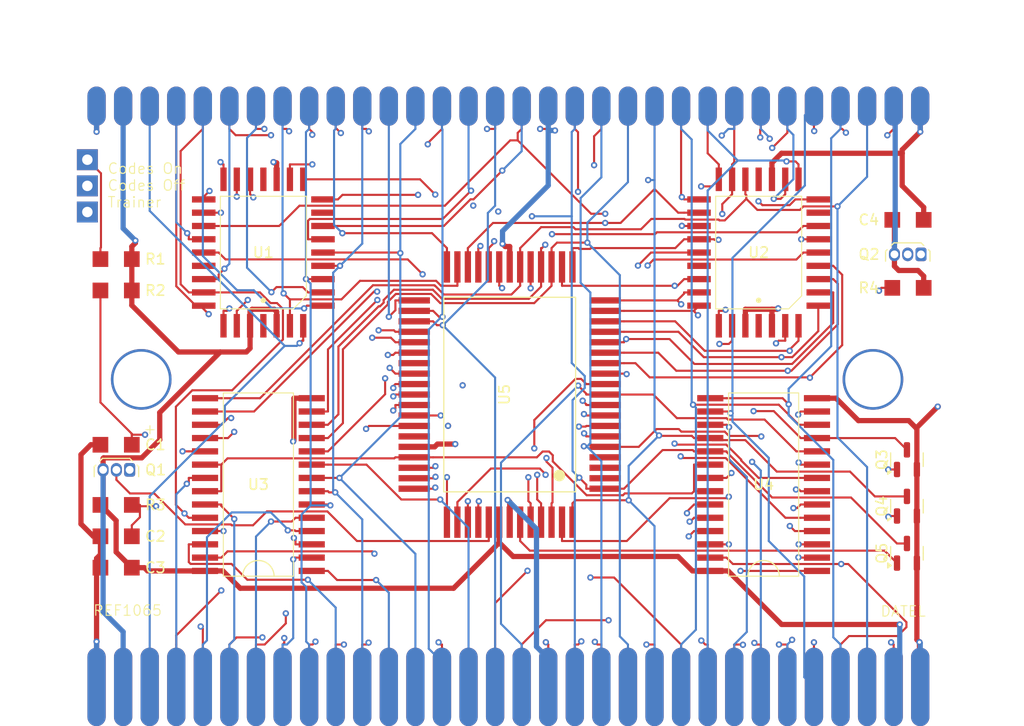
<source format=kicad_pcb>
(kicad_pcb (version 20240108) (generator "pcbnew") (generator_version "8.0")
  (layers (0 "F.Cu" signal) (1 "In1.Cu" signal) (2 "In2.Cu" signal) (31 "B.Cu" signal) (34 "B.Paste" user) (35 "F.Paste" user) (36 "B.SilkS" user "B.Silkscreen") (37 "F.SilkS" user "F.Silkscreen") (38 "B.Mask" user) (39 "F.Mask" user) (44 "Edge.Cuts" user))
  (net 0 "")
  (net 1 "/~{TIME}")
  (net 2 "/~{VRES}")
  (net 3 "/A6")
  (net 4 "/GND")
  (net 5 "/D7")
  (net 6 "/~{LWR}")
  (net 7 "/A12")
  (net 8 "/A23")
  (net 9 "/A9")
  (net 10 "/~{CAS0.Cart}")
  (net 12 "/~{ASEL}")
  (net 14 "/A11")
  (net 16 "/D5")
  (net 17 "/D10")
  (net 18 "/VCLK")
  (net 19 "/~{DTACK}")
  (net 20 "/A7")
  (net 21 "/D3")
  (net 22 "/A8")
  (net 23 "/D12")
  (net 24 "/A10")
  (net 25 "/~{AS.Sys}")
  (net 26 "/D14")
  (net 27 "/A19")
  (net 28 "/A2")
  (net 29 "/A4")
  (net 30 "/D8")
  (net 31 "/VCC")
  (net 32 "/A21")
  (net 33 "/A13")
  (net 34 "/D11")
  (net 35 "/A16")
  (net 37 "/D13")
  (net 38 "/A22")
  (net 39 "/D2")
  (net 40 "/D4")
  (net 42 "/A3")
  (net 43 "/A17")
  (net 45 "/A5")
  (net 46 "/D0")
  (net 47 "/~{UWR}")
  (net 48 "/D1")
  (net 49 "/D9")
  (net 50 "/A18")
  (net 51 "/~{HSYNC}")
  (net 52 "/D15")
  (net 53 "/A15")
  (net 54 "/D6")
  (net 56 "/~{CE_0}")
  (net 57 "/A14")
  (net 58 "/A1")
  (net 59 "/A20")
  (net 60 "/Switch3")
  (net 61 "/Switch1")
  (net 62 "/PwrGood")
  (net 63 "/PwrGood2")
  (net 68 "/~{CAS0.Sys}")
  (net 73 "/~{EEP.OE}")
  (net 75 "/D0.Neg")
  (net 76 "/D7.Neg")
  (net 77 "/D7.Pos")
  (net 78 "/D6.Neg")
  (net 80 "/D14.Pos")
  (net 83 "/~{SRAM.OE.CE}")
  (footprint "REF1065:Through Holes" (layer "F.Cu") (at 141.125 99)
    (property "Reference" "Holes" (hide yes))
    (property "Value" "Through Holes")
  )
  (footprint "REF1065:27C256" (layer "F.Cu") (at 117.825 86.875)
    (property "Reference" "U1")
    (property "Value" "27C256" (hide yes))
  )
  (footprint "Package_TO_SOT_THT:TO-92Flat" (layer "F.Cu") (at 180.695 87.05 180)
    (property "Reference" "Q2")
    (property "Value" "ZVP2106A")
  )
  (footprint "REF1065:Resistor" (layer "F.Cu") (at 103.75 87.5)
    (property "Reference" "R1")
    (property "Value" "332")
  )
  (footprint "REF1065:HY62256ALJ" (layer "F.Cu") (at 165.65 109.055)
    (property "Reference" "U4")
    (property "Value" "HY62256ALJ-10")
  )
  (footprint "REF1065:Capacitor" (layer "F.Cu") (at 103.75 114)
    (property "Reference" "C2")
    (property "Value" "100 nF")
  )
  (footprint "REF1065:Capacitor" (layer "F.Cu") (at 179.45 83.75)
    (property "Reference" "C4")
    (property "Value" "100 nF")
  )
  (footprint "REF1065:Lower Edge Connector" (layer "F.Cu") (at 142.52 128.399)
    (property "Reference" "J2" (hide yes))
    (property "Value" "System Edge Connector" (hide yes))
  )
  (footprint "REF1065:Switch" (layer "F.Cu") (at 101 80.5 90)
    (property "Reference" "SW1" (hide yes))
    (property "Value" "SW_SPDT" (hide yes))
  )
  (footprint "Package_TO_SOT_SMD:SOT-23" (layer "F.Cu") (at 179.35 106.675 90)
    (property "Reference" "Q3")
    (property "Value" "BC817")
  )
  (footprint "REF1065:Capacitor" (layer "F.Cu") (at 103.75 117)
    (property "Reference" "C3")
    (property "Value" "100 nF")
  )
  (footprint "Package_TO_SOT_SMD:SOT-23" (layer "F.Cu") (at 179.35 111.125 90)
    (property "Reference" "Q4")
    (property "Value" "BC817")
  )
  (footprint "Package_TO_SOT_THT:TO-92Flat" (layer "F.Cu") (at 105.045 107.65 180)
    (property "Reference" "Q1")
    (property "Value" "ZVP2106A")
  )
  (footprint "REF1065:Resistor" (layer "F.Cu") (at 103.75 111)
    (property "Reference" "R3")
    (property "Value" "332")
  )
  (footprint "REF1065:Resistor" (layer "F.Cu") (at 179.45 90.25)
    (property "Reference" "R4")
    (property "Value" "332")
  )
  (footprint "REF1065:27C256" (layer "F.Cu") (at 165.175 86.875)
    (property "Reference" "U2")
    (property "Value" "27C256" (hide yes))
  )
  (footprint "REF1065:Capacitor" (layer "F.Cu") (at 103.75 105.25 180)
    (property "Reference" "C1")
    (property "Value" "22 uF 16V")
  )
  (footprint "REF1065:Resistor" (layer "F.Cu") (at 103.75 90.5)
    (property "Reference" "R2")
    (property "Value" "104")
  )
  (footprint "REF1065:Upper Edge Connector" (layer "F.Cu") (at 142.52 72.88)
    (property "Reference" "J1" (hide yes))
    (property "Value" "Game Cartridge Connector" (hide yes))
  )
  (footprint "REF1065:LZ95G64" (layer "F.Cu") (at 141.375 100.45 90)
    (property "Reference" "U5")
    (property "Value" "LZ95G64")
  )
  (footprint "REF1065:HY62256ALJ" (layer "F.Cu") (at 117.35 109.055)
    (property "Reference" "U3")
    (property "Value" "HY62256ALJ-10")
  )
  (footprint "Package_TO_SOT_SMD:SOT-23" (layer "F.Cu") (at 179.35 115.625 90)
    (property "Reference" "Q5")
    (property "Value" "BC817")
  )
  (gr_rect (start 99.5 71) (end 183 132.15) (stroke (width 0.002)) (fill none) (layer "Edge.Cuts"))
  (gr_text "REF1065" (at 101.5 121.68 0) (layer "F.SilkS") (effects (font (size 1 1) (thickness 0.1)) (justify left bottom)))
  (gr_text "Codes On\nCodes Off\nTrainer" (at 102.87 82.649444 0) (layer "F.SilkS") (effects (font (size 1 1) (thickness 0.1)) (justify left bottom)))
  (gr_text "DATEL" (at 176.76 121.76 0) (layer "F.SilkS") (effects (font (size 1 1) (thickness 0.1)) (justify left bottom)))
  (gr_text "+" (at 106.3 104.32 0) (layer "F.SilkS") (effects (font (size 1 1) (thickness 0.1)) (justify left bottom)))
  (segment (start 178.08 75.0567) (end 177.4759 75.6608) (width 0.2) (layer "F.Cu") (net 1))
  (segment (start 178.08 72.88) (end 178.08 75.0567) (width 0.2) (layer "F.Cu") (net 1))
  (segment (start 178.08 128.399) (end 178.08 124.3473) (width 0.2) (layer "F.Cu") (net 1))
  (segment (start 178.0453 124.3473) (end 177.8368 124.1388) (width 0.2) (layer "F.Cu") (net 1))
  (segment (start 178.08 124.3473) (end 178.0453 124.3473) (width 0.2) (layer "F.Cu") (net 1))
  (via (at 177.8368 124.1388) (size 0.6) (drill 0.3) (layers "F.Cu" "B.Cu") (net 1))
  (via (at 177.4759 75.6608) (size 0.6) (drill 0.3) (layers "F.Cu" "B.Cu") (net 1))
  (segment (start 167.92 128.399) (end 167.92 124.3473) (width 0.2) (layer "F.Cu") (net 2))
  (segment (start 162.3396 104.4044) (end 165.3713 104.4044) (width 0.2) (layer "F.Cu") (net 2))
  (segment (start 161.9309 103.9957) (end 162.3396 104.4044) (width 0.2) (layer "F.Cu") (net 2))
  (segment (start 150.5 105.45) (end 153.7118 105.45) (width 0.2) (layer "F.Cu") (net 2))
  (segment (start 157.7847 103.9957) (end 161.9309 103.9957) (width 0.2) (layer "F.Cu") (net 2))
  (segment (start 167.1164 124.3473) (end 167.92 124.3473) (width 0.2) (layer "F.Cu") (net 2))
  (segment (start 157.5375 103.7485) (end 157.7847 103.9957) (width 0.2) (layer "F.Cu") (net 2))
  (segment (start 167.92 75.4209) (end 166.4673 76.8736) (width 0.2) (layer "F.Cu") (net 2))
  (segment (start 167.92 75.0567) (end 167.92 75.4209) (width 0.2) (layer "F.Cu") (net 2))
  (segment (start 165.3713 104.4044) (end 165.4238 104.4569) (width 0.2) (layer "F.Cu") (net 2))
  (segment (start 153.7118 105.45) (end 155.4133 103.7485) (width 0.2) (layer "F.Cu") (net 2))
  (segment (start 167.92 72.88) (end 167.92 75.0567) (width 0.2) (layer "F.Cu") (net 2))
  (segment (start 155.4133 103.7485) (end 157.5375 103.7485) (width 0.2) (layer "F.Cu") (net 2))
  (via (at 166.4673 76.8736) (size 0.6) (drill 0.3) (layers "F.Cu" "B.Cu") (net 2))
  (via (at 165.4238 104.4569) (size 0.6) (drill 0.3) (layers "F.Cu" "B.Cu") (net 2))
  (via (at 167.1164 124.3473) (size 0.6) (drill 0.3) (layers "F.Cu" "B.Cu") (net 2))
  (segment (start 157.8764 106.518) (end 157.7156 106.3572) (width 0.2) (layer "F.Cu") (net 3))
  (segment (start 172.3017 93.596) (end 168.3719 97.5258) (width 0.2) (layer "F.Cu") (net 3))
  (segment (start 152.3017 95.3521) (end 152.3017 95.45) (width 0.2) (layer "F.Cu") (net 3))
  (segment (start 121.589 90.1757) (end 119.0852 90.1757) (width 0.2) (layer "F.Cu") (net 3))
  (segment (start 118.5576 112.5881) (end 120.5402 112.5881) (width 0.2) (layer "F.Cu") (net 3))
  (segment (start 170.75 112.23) (end 169.1983 112.23) (width 0.2) (layer "F.Cu") (net 3))
  (segment (start 172.3017 90.685) (end 172.3017 93.596) (width 0.2) (layer "F.Cu") (net 3))
  (segment (start 122.45 112.23) (end 120.8983 112.23) (width 0.2) (layer "F.Cu") (net 3))
  (segment (start 162.0236 106.518) (end 157.8764 106.518) (width 0.2) (layer "F.Cu") (net 3))
  (segment (start 167.7356 112.23) (end 162.0236 106.518) (width 0.2) (layer "F.Cu") (net 3))
  (segment (start 168.3719 97.5258) (end 159.0329 97.5258) (width 0.2) (layer "F.Cu") (net 3))
  (segment (start 123.525 90.685) (end 122.0983 90.685) (width 0.2) (layer "F.Cu") (net 3))
  (segment (start 170.875 90.685) (end 172.3017 90.685) (width 0.2) (layer "F.Cu") (net 3))
  (segment (start 120.5402 112.5881) (end 120.8983 112.23) (width 0.2) (layer "F.Cu") (net 3))
  (segment (start 150.5 95.45) (end 152.3017 95.45) (width 0.2) (layer "F.Cu") (net 3))
  (segment (start 119.0852 90.1757) (end 118.598 90.6629) (width 0.2) (layer "F.Cu") (net 3))
  (segment (start 122.0983 90.685) (end 121.589 90.1757) (width 0.2) (layer "F.Cu") (net 3))
  (segment (start 159.0329 97.5258) (end 156.6498 95.1427) (width 0.2) (layer "F.Cu") (net 3))
  (segment (start 156.6498 95.1427) (end 152.5111 95.1427) (width 0.2) (layer "F.Cu") (net 3))
  (segment (start 169.1983 112.23) (end 167.7356 112.23) (width 0.2) (layer "F.Cu") (net 3))
  (segment (start 152.5111 95.1427) (end 152.3017 95.3521) (width 0.2) (layer "F.Cu") (net 3))
  (via (at 118.598 90.6629) (size 0.6) (drill 0.3) (layers "F.Cu" "B.Cu") (net 3))
  (via (at 118.5576 112.5881) (size 0.6) (drill 0.3) (layers "F.Cu" "B.Cu") (net 3))
  (via (at 157.7156 106.3572) (size 0.6) (drill 0.3) (layers "F.Cu" "B.Cu") (net 3))
  (via (at 152.5111 95.1427) (size 0.6) (drill 0.3) (layers "F.Cu" "B.Cu") (net 3))
  (segment (start 116.2625 88.3274) (end 118.598 90.6629) (width 0.2) (layer "B.Cu") (net 3))
  (segment (start 117.12 114.0257) (end 118.5576 112.5881) (width 0.2) (layer "B.Cu") (net 3))
  (segment (start 117.12 75.0567) (end 116.2625 75.9142) (width 0.2) (layer "B.Cu") (net 3))
  (segment (start 116.2625 75.9142) (end 116.2625 88.3274) (width 0.2) (layer "B.Cu") (net 3))
  (segment (start 117.12 72.88) (end 117.12 75.0567) (width 0.2) (layer "B.Cu") (net 3))
  (segment (start 117.12 128.399) (end 117.12 114.0257) (width 0.2) (layer "B.Cu") (net 3))
  (segment (start 140.9494 86.2983) (end 140.6895 86.0384) (width 0.5) (layer "F.Cu") (net 4))
  (segment (start 174.71 102.94) (end 179.52 102.94) (width 0.5) (layer "F.Cu") (net 4))
  (segment (start 101.88 72.88) (end 101.88 75.3254) (width 0.5) (layer "F.Cu") (net 4))
  (segment (start 101.88 116.1175) (end 101.88 124.0672) (width 0.5) (layer "F.Cu") (net 4))
  (segment (start 102.25 115.7475) (end 101.88 116.1175) (width 0.5) (layer "F.Cu") (net 4))
  (segment (start 180.3 116.562) (end 180.3 116.5625) (width 0.5) (layer "F.Cu") (net 4))
  (segment (start 180.3 116.5625) (end 180.3 123.8773) (width 0.5) (layer "F.Cu") (net 4))
  (segment (start 167.3593 77.384) (end 166.445 78.2983) (width 0.5) (layer "F.Cu") (net 4))
  (segment (start 100.39 106.19) (end 100.39 112.82) (width 0.5) (layer "F.Cu") (net 4))
  (segment (start 178.8952 77.0504) (end 180.62 75.3256) (width 0.5) (layer "F.Cu") (net 4))
  (segment (start 141.375 110.6983) (end 141.3444 110.6983) (width 0.5) (layer "F.Cu") (net 4))
  (segment (start 101.88 124.0672) (end 101.88 128.399) (width 0.5) (layer "F.Cu") (net 4))
  (segment (start 180.2382 103.6582) (end 180.3 103.72) (width 0.5) (layer "F.Cu") (net 4))
  (segment (start 141.375 86.2983) (end 140.9494 86.2983) (width 0.5) (layer "F.Cu") (net 4))
  (segment (start 101.33 105.25) (end 100.39 106.19) (width 0.5) (layer "F.Cu") (net 4))
  (segment (start 180.3 107.6125) (end 180.3 112.0625) (width 0.5) (layer "F.Cu") (net 4))
  (segment (start 119.095 78.2983) (end 118.8655 78.2983) (width 0.5) (layer "F.Cu") (net 4))
  (segment (start 120.7483 100.8) (end 120.7483 104.851) (width 0.5) (layer "F.Cu") (net 4))
  (segment (start 180.95 82.5483) (end 178.8952 80.4935) (width 0.5) (layer "F.Cu") (net 4))
  (segment (start 120.7483 104.851) (end 120.6675 104.9318) (width 0.5) (layer "F.Cu") (net 4))
  (segment (start 134.4688 105.1829) (end 136.1677 105.1829) (width 0.5) (layer "F.Cu") (net 4))
  (segment (start 180.3 112.0625) (end 180.3 116.562) (width 0.5) (layer "F.Cu") (net 4))
  (segment (start 118.8655 78.2983) (end 118.7934 78.2262) (width 0.5) (layer "F.Cu") (net 4))
  (segment (start 180.62 126.2981) (end 180.5468 126.2249) (width 0.5) (layer "F.Cu") (net 4))
  (segment (start 122.45 100.8) (end 120.7483 100.8) (width 0.5) (layer "F.Cu") (net 4))
  (segment (start 100.39 112.82) (end 101.57 114) (width 0.5) (layer "F.Cu") (net 4))
  (segment (start 180.62 75.3256) (end 180.62 72.88) (width 0.5) (layer "F.Cu") (net 4))
  (segment (start 141.375 112.65) (end 141.375 110.6983) (width 0.5) (layer "F.Cu") (net 4))
  (segment (start 134.2017 105.45) (end 134.4688 105.1829) (width 0.5) (layer "F.Cu") (net 4))
  (segment (start 180.3 123.8773) (end 180.5468 124.1241) (width 0.5) (layer "F.Cu") (net 4))
  (segment (start 102.25 105.25) (end 101.33 105.25) (width 0.5) (layer "F.Cu") (net 4))
  (segment (start 180.3 103.72) (end 180.3 107.6125) (width 0.5) (layer "F.Cu") (net 4))
  (segment (start 132.25 105.45) (end 134.2017 105.45) (width 0.5) (layer "F.Cu") (net 4))
  (segment (start 166.445 79.875) (end 166.445 78.2983) (width 0.5) (layer "F.Cu") (net 4))
  (segment (start 180.62 128.399) (end 180.62 126.2981) (width 0.5) (layer "F.Cu") (net 4))
  (segment (start 179.52 102.94) (end 180.2382 103.6582) (width 0.5) (layer "F.Cu") (net 4))
  (segment (start 178.8952 80.4935) (end 178.8952 77.384) (width 0.5) (layer "F.Cu") (net 4))
  (segment (start 180.5468 126.2249) (end 180.5468 124.1241) (width 0.5) (layer "F.Cu") (net 4))
  (segment (start 178.8952 77.384) (end 167.3593 77.384) (width 0.5) (layer "F.Cu") (net 4))
  (segment (start 102.25 115.7475) (end 102.25 117) (width 0.5) (layer "F.Cu") (net 4))
  (segment (start 182.2931 101.6033) (end 180.2382 103.6582) (width 0.5) (layer "F.Cu") (net 4))
  (segment (start 172.57 100.8) (end 174.71 102.94) (width 0.5) (layer "F.Cu") (net 4))
  (segment (start 180.95 83.75) (end 180.95 82.5483) (width 0.5) (layer "F.Cu") (net 4))
  (segment (start 119.095 79.875) (end 119.095 78.2983) (width 0.5) (layer "F.Cu") (net 4))
  (segment (start 178.8952 77.384) (end 178.8952 77.0504) (width 0.5) (layer "F.Cu") (net 4))
  (segment (start 141.3444 110.6983) (end 141.1786 110.5325) (width 0.5) (layer "F.Cu") (net 4))
  (segment (start 170.75 100.8) (end 172.57 100.8) (width 0.5) (layer "F.Cu") (net 4))
  (segment (start 102.25 114) (end 102.25 115.7475) (width 0.5) (layer "F.Cu") (net 4))
  (segment (start 101.57 114) (end 102.25 114) (width 0.5) (layer "F.Cu") (net 4))
  (segment (start 141.375 88.25) (end 141.375 86.2983) (width 0.5) (layer "F.Cu") (net 4))
  (via (at 101.88 124.0672) (size 0.6) (drill 0.3) (layers "F.Cu" "B.Cu") (net 4))
  (via (at 101.88 75.3254) (size 0.6) (drill 0.3) (layers "F.Cu" "B.Cu") (net 4))
  (via (at 180.5468 124.1241) (size 0.6) (drill 0.3) (layers "F.Cu" "B.Cu") (net 4))
  (via (at 141.1786 110.5325) (size 0.6) (drill 0.3) (layers "F.Cu" "B.Cu") (net 4))
  (via (at 120.6675 104.9318) (size 0.6) (drill 0.3) (layers "F.Cu" "B.Cu") (net 4))
  (via (at 180.62 75.3256) (size 0.6) (drill 0.3) (layers "F.Cu" "B.Cu") (net 4))
  (via (at 145.7031 75.2066) (size 0.6) (drill 0.3) (layers "F.Cu" "B.Cu") (net 4))
  (via (at 140.6895 86.0384) (size 0.6) (drill 0.3) (layers "F.Cu" "B.Cu") (net 4))
  (via (at 118.7934 78.2262) (size 0.6) (drill 0.3) (layers "F.Cu" "B.Cu") (net 4))
  (via (at 182.2931 101.6033) (size 0.6) (drill 0.3) (layers "F.Cu" "B.Cu") (net 4))
  (via (at 136.1677 105.1829) (size 0.6) (drill 0.3) (layers "F.Cu" "B.Cu") (net 4))
  (segment (start 180.62 128.399) (end 180.62 124.1973) (width 0.5) (layer "B.Cu") (net 4))
  (segment (start 143.9377 113.2916) (end 141.1786 110.5325) (width 0.5) (layer "B.Cu") (net 4))
  (segment (start 145.06 128.399) (end 145.06 125.67) (width 0.5) (layer "B.Cu") (net 4))
  (segment (start 140.6895 84.829) (end 140.6895 86.0384) (width 0.5) (layer "B.Cu") (net 4))
  (segment (start 101.88 75.3254) (end 101.88 72.88) (width 0.5) (layer "B.Cu") (net 4))
  (segment (start 145.06 72.88) (end 145.06 75.2067) (width 0.5) (layer "B.Cu") (net 4))
  (segment (start 145.06 75.2067) (end 145.7031 75.2067) (width 0.5) (layer "B.Cu") (net 4))
  (segment (start 101.88 124.0672) (end 101.88 128.399) (width 0.5) (layer "B.Cu") (net 4))
  (segment (start 145.7031 75.2067) (end 145.7031 75.2066) (width 0.5) (layer "B.Cu") (net 4))
  (segment (start 180.62 72.88) (end 180.62 75.3256) (width 0.5) (layer "B.Cu") (net 4))
  (segment (start 145.06 75.2067) (end 145.06 80.4585) (width 0.5) (layer "B.Cu") (net 4))
  (segment (start 180.62 124.1973) (end 180.5468 124.1241) (width 0.5) (layer "B.Cu") (net 4))
  (segment (start 143.9377 124.5477) (end 143.9377 113.2916) (width 0.5) (layer "B.Cu") (net 4))
  (segment (start 145.06 125.67) (end 143.9377 124.5477) (width 0.5) (layer "B.Cu") (net 4))
  (segment (start 145.06 80.4585) (end 140.6895 84.829) (width 0.5) (layer "B.Cu") (net 4))
  (segment (start 151.4009 109.45) (end 152.3017 109.45) (width 0.2) (layer "F.Cu") (net 5))
  (segment (start 148.6983 109.0677) (end 148.0253 108.3947) (width 0.2) (layer "F.Cu") (net 5))
  (segment (start 112.125 83.065) (end 113.5517 83.065) (width 0.2) (layer "F.Cu") (net 5))
  (segment (start 158.8737 105.7554) (end 158.9983 105.88) (width 0.2) (layer "F.Cu") (net 5))
  (segment (start 150.5 109.45) (end 148.6983 109.45) (width 0.2) (layer "F.Cu") (net 5))
  (segment (start 160.55 105.88) (end 158.9983 105.88) (width 0.2) (layer "F.Cu") (net 5))
  (segment (start 155.9963 105.7554) (end 158.8737 105.7554) (width 0.2) (layer "F.Cu") (net 5))
  (segment (start 174.0012 110.2917) (end 166.4658 110.2917) (width 0.2) (layer "F.Cu") (net 5))
  (segment (start 152.3017 109.45) (end 155.9963 105.7554) (width 0.2) (layer "F.Cu") (net 5))
  (segment (start 162.1017 105.9276) (end 162.1017 105.88) (width 0.2) (layer "F.Cu") (net 5))
  (segment (start 113.5517 83.065) (end 113.7658 83.065) (width 0.2) (layer "F.Cu") (net 5))
  (segment (start 166.4658 110.2917) (end 162.1017 105.9276) (width 0.2) (layer "F.Cu") (net 5))
  (segment (start 178.397 114.6875) (end 174.0012 110.2917) (width 0.2) (layer "F.Cu") (net 5))
  (segment (start 160.55 105.88) (end 162.1017 105.88) (width 0.2) (layer "F.Cu") (net 5))
  (segment (start 151.4009 109.45) (end 150.5 109.45) (width 0.2) (layer "F.Cu") (net 5))
  (segment (start 148.6983 109.45) (end 148.6983 109.0677) (width 0.2) (layer "F.Cu") (net 5))
  (segment (start 179.35 114.6875) (end 178.397 114.6875) (width 0.2) (layer "F.Cu") (net 5))
  (via (at 113.7658 83.065) (size 0.6) (drill 0.3) (layers "F.Cu" "B.Cu") (net 5))
  (via (at 143.501 83.4069) (size 0.6) (drill 0.3) (layers "F.Cu" "B.Cu") (net 5))
  (via (at 148.0253 108.3947) (size 0.6) (drill 0.3) (layers "F.Cu" "B.Cu") (net 5))
  (segment (start 147.6 75.0567) (end 147.3047 75.352) (width 0.2) (layer "B.Cu") (net 5))
  (segment (start 147.3047 97.4323) (end 148.5499 98.6775) (width 0.2) (layer "B.Cu") (net 5))
  (segment (start 148.5499 98.6775) (end 148.5499 99.8214) (width 0.2) (layer "B.Cu") (net 5))
  (segment (start 147.6 72.88) (end 147.6 75.0567) (width 0.2) (layer "B.Cu") (net 5))
  (segment (start 147.3047 83.4069) (end 147.3047 97.4323) (width 0.2) (layer "B.Cu") (net 5))
  (segment (start 148.0253 108.3947) (end 147.6 108.82) (width 0.2) (layer "B.Cu") (net 5))
  (segment (start 147.6 108.82) (end 147.6 124.3473) (width 0.2) (layer "B.Cu") (net 5))
  (segment (start 147.384 100.9873) (end 147.384 107.7534) (width 0.2) (layer "B.Cu") (net 5))
  (segment (start 147.3047 83.4069) (end 143.501 83.4069) (width 0.2) (layer "B.Cu") (net 5))
  (segment (start 147.6 128.399) (end 147.6 124.3473) (width 0.2) (layer "B.Cu") (net 5))
  (segment (start 148.5499 99.8214) (end 147.384 100.9873) (width 0.2) (layer "B.Cu") (net 5))
  (segment (start 147.3047 75.352) (end 147.3047 83.4069) (width 0.2) (layer "B.Cu") (net 5))
  (segment (start 147.384 107.7534) (end 148.0253 108.3947) (width 0.2) (layer "B.Cu") (net 5))
  (segment (start 170.4842 75.0809) (end 170.4842 75.2594) (width 0.2) (layer "F.Cu") (net 6))
  (segment (start 170.46 72.88) (end 170.46 75.0567) (width 0.2) (layer "F.Cu") (net 6))
  (segment (start 170.46 75.0567) (end 170.4842 75.0809) (width 0.2) (layer "F.Cu") (net 6))
  (segment (start 170.46 124.1371) (end 170.46 128.399) (width 0.2) (layer "F.Cu") (net 6))
  (via (at 170.46 124.1371) (size 0.6) (drill 0.3) (layers "F.Cu" "B.Cu") (net 6))
  (via (at 170.4842 75.2594) (size 0.6) (drill 0.3) (layers "F.Cu" "B.Cu") (net 6))
  (segment (start 159.475 89.415) (end 158.0483 89.415) (width 0.2) (layer "F.Cu") (net 7))
  (segment (start 146.375 88.25) (end 146.375 90.0517) (width 0.2) (layer "F.Cu") (net 7))
  (segment (start 157.4116 90.0517) (end 157.1461 90.0517) (width 0.2) (layer "F.Cu") (net 7))
  (segment (start 113.8017 110.96) (end 113.8017 111.104) (width 0.2) (layer "F.Cu") (net 7))
  (segment (start 160.55 110.96) (end 158.9983 110.96) (width 0.2) (layer "F.Cu") (net 7))
  (segment (start 158.3226 111.6357) (end 158.3226 111.7893) (width 0.2) (layer "F.Cu") (net 7))
  (segment (start 112.125 89.415) (end 113.5517 89.415) (width 0.2) (layer "F.Cu") (net 7))
  (segment (start 112.25 110.96) (end 113.8017 110.96) (width 0.2) (layer "F.Cu") (net 7))
  (segment (start 113.8017 111.104) (end 115.0426 112.3449) (width 0.2) (layer "F.Cu") (net 7))
  (segment (start 158.9983 110.96) (end 158.3226 111.6357) (width 0.2) (layer "F.Cu") (net 7))
  (segment (start 113.5517 89.415) (end 113.5517 88.9724) (width 0.2) (layer "F.Cu") (net 7))
  (segment (start 157.1461 90.0517) (end 146.375 90.0517) (width 0.2) (layer "F.Cu") (net 7))
  (segment (start 158.0483 89.415) (end 157.4116 90.0517) (width 0.2) (layer "F.Cu") (net 7))
  (segment (start 113.5517 88.9724) (end 114.1063 88.4178) (width 0.2) (layer "F.Cu") (net 7))
  (via (at 157.1461 90.0517) (size 0.6) (drill 0.3) (layers "F.Cu" "B.Cu") (net 7))
  (via (at 115.0426 112.3449) (size 0.6) (drill 0.3) (layers "F.Cu" "B.Cu") (net 7))
  (via (at 114.1063 88.4178) (size 0.6) (drill 0.3) (layers "F.Cu" "B.Cu") (net 7))
  (via (at 158.3226 111.7893) (size 0.6) (drill 0.3) (layers "F.Cu" "B.Cu") (net 7))
  (segment (start 114.58 124.3473) (end 115.0426 123.8847) (width 0.2) (layer "B.Cu") (net 7))
  (segment (start 114.58 72.88) (end 114.58 75.0567) (width 0.2) (layer "B.Cu") (net 7))
  (segment (start 114.58 75.0567) (end 114.58 87.9441) (width 0.2) (layer "B.Cu") (net 7))
  (segment (start 115.0426 123.8847) (end 115.0426 112.3449) (width 0.2) (layer "B.Cu") (net 7))
  (segment (start 114.58 87.9441) (end 114.1063 88.4178) (width 0.2) (layer "B.Cu") (net 7))
  (segment (start 114.58 128.399) (end 114.58 124.3473) (width 0.2) (layer "B.Cu") (net 7))
  (segment (start 127.28 128.399) (end 127.28 124.3473) (width 0.2) (layer "F.Cu") (net 8))
  (segment (start 130.4483 100.45) (end 130.4217 100.45) (width 0.2) (layer "F.Cu") (net 8))
  (segment (start 127.28 124.3473) (end 127.6994 124.3473) (width 0.2) (layer "F.Cu") (net 8))
  (segment (start 127.6767 75.0567) (end 127.9043 75.2843) (width 0.2) (layer "F.Cu") (net 8))
  (segment (start 132.25 100.45) (end 130.4483 100.45) (width 0.2) (layer "F.Cu") (net 8))
  (segment (start 130.4217 100.45) (end 130.2482 100.6235) (width 0.2) (layer "F.Cu") (net 8))
  (segment (start 127.28 72.88) (end 127.28 75.0567) (width 0.2) (layer "F.Cu") (net 8))
  (segment (start 127.28 75.0567) (end 127.6767 75.0567) (width 0.2) (layer "F.Cu") (net 8))
  (segment (start 127.6994 124.3473) (end 127.882 124.1647) (width 0.2) (layer "F.Cu") (net 8))
  (via (at 130.2482 100.6235) (size 0.6) (drill 0.3) (layers "F.Cu" "B.Cu") (net 8))
  (via (at 127.882 124.1647) (size 0.6) (drill 0.3) (layers "F.Cu" "B.Cu") (net 8))
  (via (at 127.9043 75.2843) (size 0.6) (drill 0.3) (layers "F.Cu" "B.Cu") (net 8))
  (segment (start 152.3017 92.45) (end 159.036 92.45) (width 0.2) (layer "F.Cu") (net 9))
  (segment (start 113.8017 113.5) (end 114.0176 113.5) (width 0.2) (layer "F.Cu") (net 9))
  (segment (start 111.7936 91.955) (end 111.4621 91.955) (width 0.2) (layer "F.Cu") (net 9))
  (segment (start 160.55 113.5) (end 158.9983 113.5) (width 0.2) (layer "F.Cu") (net 9))
  (segment (start 111.4621 91.955) (end 111.3636 91.955) (width 0.2) (layer "F.Cu") (net 9))
  (segment (start 159.036 92.45) (end 159.036 92.5297) (width 0.2) (layer "F.Cu") (net 9))
  (segment (start 159.036 92.5297) (end 159.3743 92.868) (width 0.2) (layer "F.Cu") (net 9))
  (segment (start 158.4885 114.0098) (end 158.9983 113.5) (width 0.2) (layer "F.Cu") (net 9))
  (segment (start 112.125 91.955) (end 111.7936 91.955) (width 0.2) (layer "F.Cu") (net 9))
  (segment (start 111.7936 91.955) (end 112.5969 92.7583) (width 0.2) (layer "F.Cu") (net 9))
  (segment (start 112.25 113.5) (end 113.8017 113.5) (width 0.2) (layer "F.Cu") (net 9))
  (segment (start 159.036 92.394) (end 159.475 91.955) (width 0.2) (layer "F.Cu") (net 9))
  (segment (start 150.5 92.45) (end 152.3017 92.45) (width 0.2) (layer "F.Cu") (net 9))
  (segment (start 109.5 123.4792) (end 113.8038 119.1754) (width 0.2) (layer "F.Cu") (net 9))
  (segment (start 109.5 90.0914) (end 109.5 75.0567) (width 0.2) (layer "F.Cu") (net 9))
  (segment (start 111.3636 91.955) (end 109.5 90.0914) (width 0.2) (layer "F.Cu") (net 9))
  (segment (start 109.5 72.88) (end 109.5 75.0567) (width 0.2) (layer "F.Cu") (net 9))
  (segment (start 109.5 128.399) (end 109.5 124.3473) (width 0.2) (layer "F.Cu") (net 9))
  (segment (start 159.036 92.45) (end 159.036 92.394) (width 0.2) (layer "F.Cu") (net 9))
  (segment (start 109.5 124.3473) (end 109.5 123.4792) (width 0.2) (layer "F.Cu") (net 9))
  (via (at 113.8038 119.1754) (size 0.6) (drill 0.3) (layers "F.Cu" "B.Cu") (net 9))
  (via (at 158.4885 114.0098) (size 0.6) (drill 0.3) (layers "F.Cu" "B.Cu") (net 9))
  (via (at 159.3743 92.868) (size 0.6) (drill 0.3) (layers "F.Cu" "B.Cu") (net 9))
  (via (at 112.5969 92.7583) (size 0.6) (drill 0.3) (layers "F.Cu" "B.Cu") (net 9))
  (via (at 114.0176 113.5) (size 0.6) (drill 0.3) (layers "F.Cu" "B.Cu") (net 9))
  (segment (start 132.25 107.45) (end 134.0517 107.45) (width 0.2) (layer "F.Cu") (net 10))
  (segment (start 139.98 75.0567) (end 139.2086 75.0567) (width 0.2) (layer "F.Cu") (net 10))
  (segment (start 134.2741 107.2978) (end 134.2039 107.2978) (width 0.2) (layer "F.Cu") (net 10))
  (segment (start 134.2039 107.2978) (end 134.0517 107.45) (width 0.2) (layer "F.Cu") (net 10))
  (segment (start 139.98 72.88) (end 139.98 75.0567) (width 0.2) (layer "F.Cu") (net 10))
  (via (at 134.2741 107.2978) (size 0.6) (drill 0.3) (layers "F.Cu" "B.Cu") (net 10))
  (via (at 139.2086 75.0567) (size 0.6) (drill 0.3) (layers "F.Cu" "B.Cu") (net 10))
  (segment (start 165.38 72.88) (end 165.38 75.0567) (width 0.2) (layer "F.Cu") (net 12))
  (segment (start 164.9237 124.3473) (end 164.7667 124.1903) (width 0.2) (layer "F.Cu") (net 12))
  (segment (start 165.38 75.0567) (end 165.3256 75.1111) (width 0.2) (layer "F.Cu") (net 12))
  (segment (start 165.38 124.3473) (end 164.9237 124.3473) (width 0.2) (layer "F.Cu") (net 12))
  (segment (start 165.3256 75.1111) (end 165.3256 75.8677) (width 0.2) (layer "F.Cu") (net 12))
  (segment (start 165.38 128.399) (end 165.38 124.3473) (width 0.2) (layer "F.Cu") (net 12))
  (via (at 165.3256 75.8677) (size 0.6) (drill 0.3) (layers "F.Cu" "B.Cu") (net 12))
  (via (at 164.7667 124.1903) (size 0.6) (drill 0.3) (layers "F.Cu" "B.Cu") (net 12))
  (segment (start 147.9455 86.4483) (end 148.026 86.5288) (width 0.2) (layer "F.Cu") (net 14))
  (segment (start 110.6983 108.7898) (end 110.5077 108.9804) (width 0.2) (layer "F.Cu") (net 14))
  (segment (start 162.1017 108.42) (end 162.5743 107.9474) (width 0.2) (layer "F.Cu") (net 14))
  (segment (start 112.125 85.605) (end 110.6983 85.605) (width 0.2) (layer "F.Cu") (net 14))
  (segment (start 147.375 88.25) (end 147.375 86.4483) (width 0.2) (layer "F.Cu") (net 14))
  (segment (start 112.25 108.42) (end 110.6983 108.42) (width 0.2) (layer "F.Cu") (net 14))
  (segment (start 148.026 86.5288) (end 149.0481 86.5288) (width 0.2) (layer "F.Cu") (net 14))
  (segment (start 160.9545 85.6578) (end 161.3365 85.6578) (width 0.2) (layer "F.Cu") (net 14))
  (segment (start 110.6983 108.42) (end 110.6983 108.7898) (width 0.2) (layer "F.Cu") (net 14))
  (segment (start 160.9017 85.605) (end 160.9545 85.6578) (width 0.2) (layer "F.Cu") (net 14))
  (segment (start 110.6983 85.1784) (end 110.5449 85.025) (width 0.2) (layer "F.Cu") (net 14))
  (segment (start 149.0481 86.5288) (end 149.1286 86.4483) (width 0.2) (layer "F.Cu") (net 14))
  (segment (start 157.205 86.4483) (end 158.0483 85.605) (width 0.2) (layer "F.Cu") (net 14))
  (segment (start 159.475 85.605) (end 160.9017 85.605) (width 0.2) (layer "F.Cu") (net 14))
  (segment (start 149.1286 86.4483) (end 157.205 86.4483) (width 0.2) (layer "F.Cu") (net 14))
  (segment (start 147.375 86.4483) (end 147.9455 86.4483) (width 0.2) (layer "F.Cu") (net 14))
  (segment (start 110.6983 85.605) (end 110.6983 85.1784) (width 0.2) (layer "F.Cu") (net 14))
  (segment (start 160.55 108.42) (end 162.1017 108.42) (width 0.2) (layer "F.Cu") (net 14))
  (segment (start 159.475 85.605) (end 158.0483 85.605) (width 0.2) (layer "F.Cu") (net 14))
  (via (at 162.5743 107.9474) (size 0.6) (drill 0.3) (layers "F.Cu" "B.Cu") (net 14))
  (via (at 110.5077 108.9804) (size 0.6) (drill 0.3) (layers "F.Cu" "B.Cu") (net 14))
  (via (at 161.3365 85.6578) (size 0.6) (drill 0.3) (layers "F.Cu" "B.Cu") (net 14))
  (via (at 110.5449 85.025) (size 0.6) (drill 0.3) (layers "F.Cu" "B.Cu") (net 14))
  (segment (start 109.5 83.9801) (end 110.5449 85.025) (width 0.2) (layer "B.Cu") (net 14))
  (segment (start 109.5 75.0567) (end 109.5 83.9801) (width 0.2) (layer "B.Cu") (net 14))
  (segment (start 109.5 72.88) (end 109.5 75.0567) (width 0.2) (layer "B.Cu") (net 14))
  (segment (start 109.5 128.399) (end 109.5 109.9881) (width 0.2) (layer "B.Cu") (net 14))
  (segment (start 109.5 109.9881) (end 110.5077 108.9804) (width 0.2) (layer "B.Cu") (net 14))
  (segment (start 162.1799 110.3583) (end 162.3218 110.2164) (width 0.2) (layer "F.Cu") (net 16))
  (segment (start 114.015 79.875) (end 114.015 78.4483) (width 0.2) (layer "F.Cu") (net 16))
  (segment (start 146.375 112.65) (end 146.375 114.4517) (width 0.2) (layer "F.Cu") (net 16))
  (segment (start 152.5692 114.4517) (end 156.6626 110.3583) (width 0.2) (layer "F.Cu") (net 16))
  (segment (start 160.55 103.34) (end 162.126 103.34) (width 0.2) (layer "F.Cu") (net 16))
  (segment (start 113.9459 78.4483) (end 114.015 78.4483) (width 0.2) (layer "F.Cu") (net 16))
  (segment (start 162.126 103.34) (end 162.3469 103.5609) (width 0.2) (layer "F.Cu") (net 16))
  (segment (start 113.7263 78.2287) (end 113.9459 78.4483) (width 0.2) (layer "F.Cu") (net 16))
  (segment (start 156.6626 110.3583) (end 162.1799 110.3583) (width 0.2) (layer "F.Cu") (net 16))
  (segment (start 146.375 114.4517) (end 152.5692 114.4517) (width 0.2) (layer "F.Cu") (net 16))
  (via (at 162.3218 110.2164) (size 0.6) (drill 0.3) (layers "F.Cu" "B.Cu") (net 16))
  (via (at 161.6453 75.6886) (size 0.6) (drill 0.3) (layers "F.Cu" "B.Cu") (net 16))
  (via (at 113.7263 78.2287) (size 0.6) (drill 0.3) (layers "F.Cu" "B.Cu") (net 16))
  (via (at 162.3469 103.5609) (size 0.6) (drill 0.3) (layers "F.Cu" "B.Cu") (net 16))
  (segment (start 162.3469 106.6286) (end 162.3469 103.5609) (width 0.2) (layer "B.Cu") (net 16))
  (segment (start 162.2772 75.0567) (end 161.6453 75.6886) (width 0.2) (layer "B.Cu") (net 16))
  (segment (start 164.0413 123.146) (end 164.0413 108.323) (width 0.2) (layer "B.Cu") (net 16))
  (segment (start 164.0413 108.323) (end 162.3469 106.6286) (width 0.2) (layer "B.Cu") (net 16))
  (segment (start 162.84 128.399) (end 162.84 124.3473) (width 0.2) (layer "B.Cu") (net 16))
  (segment (start 162.84 75.0567) (end 162.2772 75.0567) (width 0.2) (layer "B.Cu") (net 16))
  (segment (start 162.84 72.88) (end 162.84 75.0567) (width 0.2) (layer "B.Cu") (net 16))
  (segment (start 162.84 124.3473) (end 164.0413 123.146) (width 0.2) (layer "B.Cu") (net 16))
  (segment (start 167.2757 81.741) (end 166.6172 81.741) (width 0.2) (layer "F.Cu") (net 17))
  (segment (start 167.715 79.875) (end 167.715 81.3017) (width 0.2) (layer "F.Cu") (net 17))
  (segment (start 124.0017 96.1321) (end 128.7263 91.4075) (width 0.2) (layer "F.Cu") (net 17))
  (segment (start 143.375 90.2841) (end 143.375 88.25) (width 0.2) (layer "F.Cu") (net 17))
  (segment (start 167.715 81.3017) (end 167.2757 81.741) (width 0.2) (layer "F.Cu") (net 17))
  (segment (start 124.0017 102.07) (end 124.0017 96.1321) (width 0.2) (layer "F.Cu") (net 17))
  (segment (start 122.45 102.07) (end 124.0017 102.07) (width 0.2) (layer "F.Cu") (net 17))
  (via (at 128.7263 91.4075) (size 0.6) (drill 0.3) (layers "F.Cu" "B.Cu") (net 17))
  (via (at 168.37 123.8973) (size 0.6) (drill 0.3) (layers "F.Cu" "B.Cu") (net 17))
  (via (at 143.375 90.2841) (size 0.6) (drill 0.3) (layers "F.Cu" "B.Cu") (net 17))
  (via (at 166.6172 81.741) (size 0.6) (drill 0.3) (layers "F.Cu" "B.Cu") (net 17))
  (segment (start 168.4946 75.6313) (end 168.4946 79.8636) (width 0.2) (layer "B.Cu") (net 17))
  (segment (start 167.92 72.88) (end 167.92 75.0567) (width 0.2) (layer "B.Cu") (net 17))
  (segment (start 168.4946 79.8636) (end 166.6172 81.741) (width 0.2) (layer "B.Cu") (net 17))
  (segment (start 167.92 124.3473) (end 168.37 123.8973) (width 0.2) (layer "B.Cu") (net 17))
  (segment (start 167.92 75.0567) (end 168.4946 75.6313) (width 0.2) (layer "B.Cu") (net 17))
  (segment (start 167.92 128.399) (end 167.92 124.3473) (width 0.2) (layer "B.Cu") (net 17))
  (segment (start 147.9198 124.3473) (end 147.6 124.3473) (width 0.2) (layer "F.Cu") (net 18))
  (segment (start 148.2227 124.0444) (end 147.9198 124.3473) (width 0.2) (layer "F.Cu") (net 18))
  (segment (start 147.6 128.399) (end 147.6 124.3473) (width 0.2) (layer "F.Cu") (net 18))
  (segment (start 147.9064 75.3631) (end 147.9064 81.0637) (width 0.2) (layer "F.Cu") (net 18))
  (segment (start 147.6 72.88) (end 147.6 75.0567) (width 0.2) (layer "F.Cu") (net 18))
  (segment (start 147.6 75.0567) (end 147.9064 75.3631) (width 0.2) (layer "F.Cu") (net 18))
  (via (at 147.9064 81.0637) (size 0.6) (drill 0.3) (layers "F.Cu" "B.Cu") (net 18))
  (via (at 148.2227 124.0444) (size 0.6) (drill 0.3) (layers "F.Cu" "B.Cu") (net 18))
  (segment (start 150.14 72.88) (end 150.14 75.0567) (width 0.2) (layer "F.Cu") (net 19))
  (segment (start 150.14 75.0567) (end 149.4421 75.7546) (width 0.2) (layer "F.Cu") (net 19))
  (segment (start 149.773 124.3473) (end 150.14 124.3473) (width 0.2) (layer "F.Cu") (net 19))
  (segment (start 149.4421 75.7546) (end 149.4421 78.5201) (width 0.2) (layer "F.Cu") (net 19))
  (segment (start 150.14 128.399) (end 150.14 124.3473) (width 0.2) (layer "F.Cu") (net 19))
  (segment (start 149.5165 124.0908) (end 149.773 124.3473) (width 0.2) (layer "F.Cu") (net 19))
  (via (at 149.5165 124.0908) (size 0.6) (drill 0.3) (layers "F.Cu" "B.Cu") (net 19))
  (via (at 149.4421 78.5201) (size 0.6) (drill 0.3) (layers "F.Cu" "B.Cu") (net 19))
  (segment (start 150.5 94.45) (end 152.3017 94.45) (width 0.2) (layer "F.Cu") (net 20))
  (segment (start 169.1983 113.5) (end 168.6346 113.5) (width 0.2) (layer "F.Cu") (net 20))
  (segment (start 157.5077 94.45) (end 159.9334 96.8757) (width 0.2) (layer "F.Cu") (net 20))
  (segment (start 152.3017 94.45) (end 157.5077 94.45) (width 0.2) (layer "F.Cu") (net 20))
  (segment (start 168.6346 113.5) (end 168.1536 113.019) (width 0.2) (layer "F.Cu") (net 20))
  (segment (start 122.45 113.5) (end 120.8983 113.5) (width 0.2) (layer "F.Cu") (net 20))
  (segment (start 159.9334 96.8757) (end 167.3539 96.8757) (width 0.2) (layer "F.Cu") (net 20))
  (segment (start 122.0983 91.955) (end 121.9805 91.955) (width 0.2) (layer "F.Cu") (net 20))
  (segment (start 168.3848 96.8757) (end 167.3539 96.8757) (width 0.2) (layer "F.Cu") (net 20))
  (segment (start 170.875 94.3855) (end 168.3848 96.8757) (width 0.2) (layer "F.Cu") (net 20))
  (segment (start 123.525 91.955) (end 122.0983 91.955) (width 0.2) (layer "F.Cu") (net 20))
  (segment (start 170.75 113.5) (end 169.1983 113.5) (width 0.2) (layer "F.Cu") (net 20))
  (segment (start 120.8313 113.433) (end 120.1593 113.433) (width 0.2) (layer "F.Cu") (net 20))
  (segment (start 120.8983 113.5) (end 120.8313 113.433) (width 0.2) (layer "F.Cu") (net 20))
  (segment (start 121.9805 91.955) (end 121.7214 92.2141) (width 0.2) (layer "F.Cu") (net 20))
  (segment (start 170.875 91.955) (end 170.875 94.3855) (width 0.2) (layer "F.Cu") (net 20))
  (via (at 120.1593 113.433) (size 0.6) (drill 0.3) (layers "F.Cu" "B.Cu") (net 20))
  (via (at 121.7214 92.2141) (size 0.6) (drill 0.3) (layers "F.Cu" "B.Cu") (net 20))
  (via (at 168.1536 113.019) (size 0.6) (drill 0.3) (layers "F.Cu" "B.Cu") (net 20))
  (via (at 167.3539 96.8757) (size 0.6) (drill 0.3) (layers "F.Cu" "B.Cu") (net 20))
  (segment (start 120.1593 113.3389) (end 120.1593 113.433) (width 0.2) (layer "B.Cu") (net 20))
  (segment (start 112.04 72.88) (end 112.04 87.2055) (width 0.2) (layer "B.Cu") (net 20))
  (segment (start 112.434 114.0846) (end 114.8008 111.7178) (width 0.2) (layer "B.Cu") (net 20))
  (segment (start 112.04 128.399) (end 112.04 124.3473) (width 0.2) (layer "B.Cu") (net 20))
  (segment (start 114.8008 111.7178) (end 118.5382 111.7178) (width 0.2) (layer "B.Cu") (net 20))
  (segment (start 118.5382 111.7178) (end 120.1593 113.3389) (width 0.2) (layer "B.Cu") (net 20))
  (segment (start 118.6498 92.2141) (end 121.7214 92.2141) (width 0.2) (layer "B.Cu") (net 20))
  (segment (start 112.04 124.3473) (end 112.434 123.9533) (width 0.2) (layer "B.Cu") (net 20))
  (segment (start 116.9131 90.4774) (end 118.6498 92.2141) (width 0.2) (layer "B.Cu") (net 20))
  (segment (start 115.3119 90.4774) (end 116.9131 90.4774) (width 0.2) (layer "B.Cu") (net 20))
  (segment (start 112.434 123.9533) (end 112.434 114.0846) (width 0.2) (layer "B.Cu") (net 20))
  (segment (start 112.04 87.2055) (end 115.3119 90.4774) (width 0.2) (layer "B.Cu") (net 20))
  (segment (start 144.375 112.65) (end 144.375 110.8483) (width 0.2) (layer "F.Cu") (net 21))
  (segment (start 116.555 81.3017) (end 116.5618 81.3017) (width 0.2) (layer "F.Cu") (net 21))
  (segment (start 160.55 100.8) (end 162.1017 100.8) (width 0.2) (layer "F.Cu") (net 21))
  (segment (start 144.0032 110.4765) (end 144.0032 108.1231) (width 0.2) (layer "F.Cu") (net 21))
  (segment (start 116.555 79.875) (end 116.555 81.3017) (width 0.2) (layer "F.Cu") (net 21))
  (segment (start 167.4623 100.8) (end 168.0424 101.3801) (width 0.2) (layer "F.Cu") (net 21))
  (segment (start 162.1017 100.8) (end 167.4623 100.8) (width 0.2) (layer "F.Cu") (net 21))
  (segment (start 116.5618 81.3017) (end 116.8654 81.6053) (width 0.2) (layer "F.Cu") (net 21))
  (segment (start 144.375 110.8483) (end 144.0032 110.4765) (width 0.2) (layer "F.Cu") (net 21))
  (via (at 144.0032 108.1231) (size 0.6) (drill 0.3) (layers "F.Cu" "B.Cu") (net 21))
  (via (at 137.8896 82.3876) (size 0.6) (drill 0.3) (layers "F.Cu" "B.Cu") (net 21))
  (via (at 168.0424 101.3801) (size 0.6) (drill 0.3) (layers "F.Cu" "B.Cu") (net 21))
  (via (at 116.8654 81.6053) (size 0.6) (drill 0.3) (layers "F.Cu" "B.Cu") (net 21))
  (segment (start 172.3091 106.7008) (end 168.0424 102.4341) (width 0.2) (layer "B.Cu") (net 21))
  (segment (start 172.1075 95.8257) (end 168.0424 99.8908) (width 0.2) (layer "B.Cu") (net 21))
  (segment (start 168.0424 99.8908) (end 168.0424 101.3801) (width 0.2) (layer "B.Cu") (net 21))
  (segment (start 173 75.0567) (end 172.1075 75.9492) (width 0.2) (layer "B.Cu") (net 21))
  (segment (start 168.0424 102.4341) (end 168.0424 101.3801) (width 0.2) (layer "B.Cu") (net 21))
  (segment (start 173 124.3473) (end 172.3091 123.6564) (width 0.2) (layer "B.Cu") (net 21))
  (segment (start 172.1075 75.9492) (end 172.1075 95.8257) (width 0.2) (layer "B.Cu") (net 21))
  (segment (start 173 72.88) (end 173 75.0567) (width 0.2) (layer "B.Cu") (net 21))
  (segment (start 173 128.399) (end 173 124.3473) (width 0.2) (layer "B.Cu") (net 21))
  (segment (start 172.3091 123.6564) (end 172.3091 106.7008) (width 0.2) (layer "B.Cu") (net 21))
  (segment (start 121.635 95.3017) (end 121.526 95.3017) (width 0.2) (layer "F.Cu") (net 22))
  (segment (start 168.985 93.875) (end 168.985 95.3017) (width 0.2) (layer "F.Cu") (net 22))
  (segment (start 170.75 114.77) (end 169.1983 114.77) (width 0.2) (layer "F.Cu") (net 22))
  (segment (start 121.526 95.3017) (end 121.2872 95.5405) (width 0.2) (layer "F.Cu") (net 22))
  (segment (start 168.985 95.3017) (end 168.1387 96.148) (width 0.2) (layer "F.Cu") (net 22))
  (segment (start 169.1983 114.77) (end 168.9967 114.77) (width 0.2) (layer "F.Cu") (net 22))
  (segment (start 120.7445 114.1605) (end 120.8983 114.3143) (width 0.2) (layer "F.Cu") (net 22))
  (segment (start 168.1387 96.148) (end 168.1387 96.2695) (width 0.2) (layer "F.Cu") (net 22))
  (segment (start 120.8983 114.3143) (end 120.8983 114.77) (width 0.2) (layer "F.Cu") (net 22))
  (segment (start 160.015 96.2695) (end 168.1387 96.2695) (width 0.2) (layer "F.Cu") (net 22))
  (segment (start 150.5 93.45) (end 152.3017 93.45) (width 0.2) (layer "F.Cu") (net 22))
  (segment (start 152.3017 93.45) (end 157.1955 93.45) (width 0.2) (layer "F.Cu") (net 22))
  (segment (start 122.45 114.77) (end 120.8983 114.77) (width 0.2) (layer "F.Cu") (net 22))
  (segment (start 157.1955 93.45) (end 160.015 96.2695) (width 0.2) (layer "F.Cu") (net 22))
  (segment (start 121.635 93.875) (end 121.635 95.3017) (width 0.2) (layer "F.Cu") (net 22))
  (via (at 120.7445 114.1605) (size 0.6) (drill 0.3) (layers "F.Cu" "B.Cu") (net 22))
  (via (at 121.2872 95.5405) (size 0.6) (drill 0.3) (layers "F.Cu" "B.Cu") (net 22))
  (via (at 168.1387 96.2695) (size 0.6) (drill 0.3) (layers "F.Cu" "B.Cu") (net 22))
  (via (at 168.9967 114.77) (size 0.6) (drill 0.3) (layers "F.Cu" "B.Cu") (net 22))
  (segment (start 119.8695 95.7978) (end 121.0299 95.7978) (width 0.2) (layer "B.Cu") (net 22))
  (segment (start 114.1431 101.5242) (end 114.1431 102.9827) (width 0.2) (layer "B.Cu") (net 22))
  (segment (start 106.96 72.88) (end 106.96 82.8883) (width 0.2) (layer "B.Cu") (net 22))
  (segment (start 106.96 82.8883) (end 119.8695 95.7978) (width 0.2) (layer "B.Cu") (net 22))
  (segment (start 119.8695 95.7978) (end 114.1431 101.5242) (width 0.2) (layer "B.Cu") (net 22))
  (segment (start 106.96 110.1658) (end 106.96 128.399) (width 0.2) (layer "B.Cu") (net 22))
  (segment (start 114.1431 102.9827) (end 106.96 110.1658) (width 0.2) (layer "B.Cu") (net 22))
  (segment (start 121.0299 95.7978) (end 121.2872 95.5405) (width 0.2) (layer "B.Cu") (net 22))
  (segment (start 128.4005 90.6057) (end 128.7004 90.6057) (width 0.2) (layer "F.Cu") (net 23))
  (segment (start 112.25 102.07) (end 116.9362 102.07) (width 0.2) (layer "F.Cu") (net 23))
  (segment (start 140.375 88.25) (end 140.375 90.0517) (width 0.2) (layer "F.Cu") (net 23))
  (segment (start 162.635 81.3017) (end 161.6962 82.2405) (width 0.2) (layer "F.Cu") (net 23))
  (segment (start 163.6484 124.3473) (end 163.6714 124.3703) (width 0.2) (layer "F.Cu") (net 23))
  (segment (start 162.635 79.875) (end 162.635 81.3017) (width 0.2) (layer "F.Cu") (net 23))
  (segment (start 140.4254 90.0517) (end 140.6449 90.2712) (width 0.2) (layer "F.Cu") (net 23))
  (segment (start 162.84 78.2433) (end 162.635 78.4483) (width 0.2) (layer "F.Cu") (net 23))
  (segment (start 162.84 72.88) (end 162.84 75.0567) (width 0.2) (layer "F.Cu") (net 23))
  (segment (start 140.375 90.0517) (end 140.4254 90.0517) (width 0.2) (layer "F.Cu") (net 23))
  (segment (start 161.6962 82.2405) (end 161.6962 83.1842) (width 0.2) (layer "F.Cu") (net 23))
  (segment (start 116.9362 102.07) (end 128.4005 90.6057) (width 0.2) (layer "F.Cu") (net 23))
  (segment (start 162.84 124.3473) (end 163.6484 124.3473) (width 0.2) (layer "F.Cu") (net 23))
  (segment (start 162.84 75.0567) (end 162.84 78.2433) (width 0.2) (layer "F.Cu") (net 23))
  (segment (start 162.84 128.399) (end 162.84 124.3473) (width 0.2) (layer "F.Cu") (net 23))
  (segment (start 162.635 79.875) (end 162.635 78.4483) (width 0.2) (layer "F.Cu") (net 23))
  (via (at 128.7004 90.6057) (size 0.6) (drill 0.3) (layers "F.Cu" "B.Cu") (net 23))
  (via (at 163.6714 124.3703) (size 0.6) (drill 0.3) (layers "F.Cu" "B.Cu") (net 23))
  (via (at 140.6449 90.2712) (size 0.6) (drill 0.3) (layers "F.Cu" "B.Cu") (net 23))
  (via (at 161.6962 83.1842) (size 0.6) (drill 0.3) (layers "F.Cu" "B.Cu") (net 23))
  (segment (start 110.2864 111.8147) (end 110.2864 111.8181) (width 0.2) (layer "F.Cu") (net 24))
  (segment (start 112.125 90.685) (end 117.4989 90.685) (width 0.2) (layer "F.Cu") (net 24))
  (segment (start 119.1301 91.7036) (end 119.6967 92.2702) (width 0.2) (layer "F.Cu") (net 24))
  (segment (start 150.5 91.45) (end 152.3017 91.45) (width 0.2) (layer "F.Cu") (net 24))
  (segment (start 118.5175 91.7036) (end 119.1301 91.7036) (width 0.2) (layer "F.Cu") (net 24))
  (segment (start 160.55 112.23) (end 158.9983 112.23) (width 0.2) (layer "F.Cu") (net 24))
  (segment (start 158.5743 112.5945) (end 158.6338 112.5945) (width 0.2) (layer "F.Cu") (net 24))
  (segment (start 112.25 112.23) (end 110.6983 112.23) (width 0.2) (layer "F.Cu") (net 24))
  (segment (start 157.7667 91.8181) (end 157.3986 91.45) (width 0.2) (layer "F.Cu") (net 24))
  (segment (start 110.2864 111.8181) (end 110.6983 112.23) (width 0.2) (layer "F.Cu") (net 24))
  (segment (start 111.032 100.0413) (end 109.4634 101.6099) (width 0.2) (layer "F.Cu") (net 24))
  (segment (start 111.4117 90.685) (end 112.125 90.685) (width 0.2) (layer "F.Cu") (net 24))
  (segment (start 109.4634 101.6099) (end 109.4634 110.9917) (width 0.2) (layer "F.Cu") (net 24))
  (segment (start 119.6967 95.1854) (end 114.8408 100.0413) (width 0.2) (layer "F.Cu") (net 24))
  (segment (start 109.9181 89.9048) (end 109.9181 77.1786) (width 0.2) (layer "F.Cu") (net 24))
  (segment (start 109.4634 110.9917) (end 110.2864 111.8147) (width 0.2) (layer "F.Cu") (net 24))
  (segment (start 109.9181 77.1786) (end 112.04 75.0567) (width 0.2) (layer "F.Cu") (net 24))
  (segment (start 110.6983 90.685) (end 109.9181 89.9048) (width 0.2) (layer "F.Cu") (net 24))
  (segment (start 114.8408 100.0413) (end 111.032 100.0413) (width 0.2) (layer "F.Cu") (net 24))
  (segment (start 159.475 90.685) (end 158.0483 90.685) (width 0.2) (layer "F.Cu") (net 24))
  (segment (start 111.4117 90.685) (end 110.6983 90.685) (width 0.2) (layer "F.Cu") (net 24))
  (segment (start 112.04 72.88) (end 112.04 75.0567) (width 0.2) (layer "F.Cu") (net 24))
  (segment (start 157.3986 91.45) (end 152.3017 91.45) (width 0.2) (layer "F.Cu") (net 24))
  (segment (start 117.4989 90.685) (end 118.5175 91.7036) (width 0.2) (layer "F.Cu") (net 24))
  (segment (start 112.04 128.399) (end 112.04 122.8321) (width 0.2) (layer "F.Cu") (net 24))
  (segment (start 158.6338 112.5945) (end 158.9983 112.23) (width 0.2) (layer "F.Cu") (net 24))
  (segment (start 112.04 122.8321) (end 111.8323 122.6244) (width 0.2) (layer "F.Cu") (net 24))
  (segment (start 158.0483 90.8003) (end 158.0483 90.685) (width 0.2) (layer "F.Cu") (net 24))
  (segment (start 157.3986 91.45) (end 158.0483 90.8003) (width 0.2) (layer "F.Cu") (net 24))
  (segment (start 119.6967 92.2702) (end 119.6967 95.1854) (width 0.2) (layer "F.Cu") (net 24))
  (via (at 158.5743 112.5945) (size 0.6) (drill 0.3) (layers "F.Cu" "B.Cu") (net 24))
  (via (at 111.8323 122.6244) (size 0.6) (drill 0.3) (layers "F.Cu" "B.Cu") (net 24))
  (via (at 157.7667 91.8181) (size 0.6) (drill 0.3) (layers "F.Cu" "B.Cu") (net 24))
  (via (at 110.2864 111.8147) (size 0.6) (drill 0.3) (layers "F.Cu" "B.Cu") (net 24))
  (segment (start 145.0503 124.3473) (end 144.831 124.128) (width 0.2) (layer "F.Cu") (net 25))
  (segment (start 134.0517 102.45) (end 134.7805 102.45) (width 0.2) (layer "F.Cu") (net 25))
  (segment (start 145.06 124.3473) (end 145.0503 124.3473) (width 0.2) (layer "F.Cu") (net 25))
  (segment (start 132.25 102.45) (end 134.0517 102.45) (width 0.2) (layer "F.Cu") (net 25))
  (segment (start 145.06 128.399) (end 145.06 124.3473) (width 0.2) (layer "F.Cu") (net 25))
  (segment (start 145.06 72.88) (end 145.06 75.0567) (width 0.2) (layer "F.Cu") (net 25))
  (segment (start 145.06 75.0567) (end 144.2836 75.0567) (width 0.2) (layer "F.Cu") (net 25))
  (via (at 134.7805 102.45) (size 0.6) (drill 0.3) (layers "F.Cu" "B.Cu") (net 25))
  (via (at 144.831 124.128) (size 0.6) (drill 0.3) (layers "F.Cu" "B.Cu") (net 25))
  (via (at 144.2836 75.0567) (size 0.6) (drill 0.3) (layers "F.Cu" "B.Cu") (net 25))
  (segment (start 159.475 81.795) (end 158.0483 81.795) (width 0.2) (layer "F.Cu") (net 26))
  (segment (start 114.4432 104.61) (end 112.25 104.61) (width 0.2) (layer "F.Cu") (net 26))
  (segment (start 157.8308 81.5775) (end 157.8308 81.5711) (width 0.2) (layer "F.Cu") (net 26))
  (segment (start 138.5752 86.2481) (end 138.375 86.4483) (width 0.2) (layer "F.Cu") (net 26))
  (segment (start 157.76 128.399) (end 157.76 124.3473) (width 0.2) (layer "F.Cu") (net 26))
  (segment (start 157.76 72.88) (end 157.76 75.0567) (width 0.2) (layer "F.Cu") (net 26))
  (segment (start 158.0483 81.795) (end 157.8308 81.5775) (width 0.2) (layer "F.Cu") (net 26))
  (segment (start 157.76 81.5003) (end 157.8308 81.5711) (width 0.2) (layer "F.Cu") (net 26))
  (segment (start 157.76 75.0567) (end 157.76 81.5003) (width 0.2) (layer "F.Cu") (net 26))
  (segment (start 138.375 88.25) (end 138.375 86.4483) (width 0.2) (layer "F.Cu") (net 26))
  (segment (start 115.0364 104.0168) (end 114.4432 104.61) (width 0.2) (layer "F.Cu") (net 26))
  (segment (start 151.3543 117.9416) (end 149.0918 117.9416) (width 0.2) (layer "F.Cu") (net 26))
  (segment (start 157.76 124.3473) (end 151.3543 117.9416) (width 0.2) (layer "F.Cu") (net 26))
  (via (at 138.5752 86.2481) (size 0.6) (drill 0.3) (layers "F.Cu" "B.Cu") (net 26))
  (via (at 135.4812 103.441) (size 0.6) (drill 0.3) (layers "F.Cu" "B.Cu") (net 26))
  (via (at 115.0364 104.0168) (size 0.6) (drill 0.3) (layers "F.Cu" "B.Cu") (net 26))
  (via (at 157.8308 81.5711) (size 0.6) (drill 0.3) (layers "F.Cu" "B.Cu") (net 26))
  (via (at 149.0918 117.9416) (size 0.6) (drill 0.3) (layers "F.Cu" "B.Cu") (net 26))
  (segment (start 117.12 75.0567) (end 117.9157 75.0567) (width 0.2) (layer "F.Cu") (net 27))
  (segment (start 117.12 72.88) (end 117.12 75.0567) (width 0.2) (layer "F.Cu") (net 27))
  (segment (start 117.12 128.399) (end 117.12 124.3473) (width 0.2) (layer "F.Cu") (net 27))
  (segment (start 117.12 124.3473) (end 117.9481 124.3473) (width 0.2) (layer "F.Cu") (net 27))
  (segment (start 117.9481 124.3473) (end 119.9719 122.3235) (width 0.2) (layer "F.Cu") (net 27))
  (segment (start 117.9157 75.0567) (end 117.9189 75.0535) (width 0.2) (layer "F.Cu") (net 27))
  (segment (start 130.4483 95.45) (end 130.0146 95.0163) (width 0.2) (layer "F.Cu") (net 27))
  (segment (start 130.0146 95.0163) (end 128.2311 95.0163) (width 0.2) (layer "F.Cu") (net 27))
  (segment (start 132.25 95.45) (end 130.4483 95.45) (width 0.2) (layer "F.Cu") (net 27))
  (segment (start 119.9719 122.3235) (end 119.9719 121.3706) (width 0.2) (layer "F.Cu") (net 27))
  (via (at 119.9719 121.3706) (size 0.6) (drill 0.3) (layers "F.Cu" "B.Cu") (net 27))
  (via (at 117.9189 75.0535) (size 0.6) (drill 0.3) (layers "F.Cu" "B.Cu") (net 27))
  (via (at 128.2311 95.0163) (size 0.6) (drill 0.3) (layers "F.Cu" "B.Cu") (net 27))
  (segment (start 170.875 85.605) (end 169.4483 85.605) (width 0.2) (layer "F.Cu") (net 28))
  (segment (start 127.6843 107.15) (end 131.0184 110.4841) (width 0.2) (layer "F.Cu") (net 28))
  (segment (start 170.75 107.15) (end 169.1983 107.15) (width 0.2) (layer "F.Cu") (net 28))
  (segment (start 150.5 99.45) (end 148.6983 99.45) (width 0.2) (layer "F.Cu") (net 28))
  (segment (start 123.525 85.605) (end 122.0983 85.605) (width 0.2) (layer "F.Cu") (net 28))
  (segment (start 131.0184 110.4841) (end 134.7313 110.4841) (width 0.2) (layer "F.Cu") (net 28))
  (segment (start 134.972 83.6667) (end 122.2675 83.6667) (width 0.2) (layer "F.Cu") (net 28))
  (segment (start 169.4483 85.605) (end 169.2478 85.605) (width 0.2) (layer "F.Cu") (net 28))
  (segment (start 148.2011 98.9528) (end 147.6588 98.9528) (width 0.2) (layer "F.Cu") (net 28))
  (segment (start 148.6983 99.45) (end 148.2011 98.9528) (width 0.2) (layer "F.Cu") (net 28))
  (segment (start 122.0983 83.8359) (end 122.0983 85.605) (width 0.2) (layer "F.Cu") (net 28))
  (segment (start 124.0017 107.15) (end 127.6843 107.15) (width 0.2) (layer "F.Cu") (net 28))
  (segment (start 122.2675 83.6667) (end 122.0983 83.8359) (width 0.2) (layer "F.Cu") (net 28))
  (segment (start 147.6588 98.9528) (end 143.7264 102.8852) (width 0.2) (layer "F.Cu") (net 28))
  (segment (start 137.6812 80.9575) (end 134.972 83.6667) (width 0.2) (layer "F.Cu") (net 28))
  (segment (start 168.9959 106.9476) (end 168.9943 106.9476) (width 0.2) (layer "F.Cu") (net 28))
  (segment (start 122.45 107.15) (end 124.0017 107.15) (width 0.2) (layer "F.Cu") (net 28))
  (segment (start 143.7264 102.8852) (end 143.7264 105.5978) (width 0.2) (layer "F.Cu") (net 28))
  (segment (start 169.1983 107.15) (end 168.9959 106.9476) (width 0.2) (layer "F.Cu") (net 28))
  (via (at 137.6812 80.9575) (size 0.6) (drill 0.3) (layers "F.Cu" "B.Cu") (net 28))
  (via (at 168.9943 106.9476) (size 0.6) (drill 0.3) (layers "F.Cu" "B.Cu") (net 28))
  (via (at 169.2478 85.605) (size 0.6) (drill 0.3) (layers "F.Cu" "B.Cu") (net 28))
  (via (at 143.7264 105.5978) (size 0.6) (drill 0.3) (layers "F.Cu" "B.Cu") (net 28))
  (via (at 134.7313 110.4841) (size 0.6) (drill 0.3) (layers "F.Cu" "B.Cu") (net 28))
  (segment (start 137.44 113.1928) (end 134.7313 110.4841) (width 0.2) (layer "B.Cu") (net 28))
  (segment (start 137.44 72.88) (end 137.44 80.7163) (width 0.2) (layer "B.Cu") (net 28))
  (segment (start 137.44 128.399) (end 137.44 113.1928) (width 0.2) (layer "B.Cu") (net 28))
  (segment (start 137.44 80.7163) (end 137.6812 80.9575) (width 0.2) (layer "B.Cu") (net 28))
  (segment (start 173.1594 89.0027) (end 173.1594 95.723) (width 0.2) (layer "F.Cu") (net 29))
  (segment (start 170.0752 98.8072) (end 154.7528 98.8072) (width 0.2) (layer "F.Cu") (net 29))
  (segment (start 170.75 109.69) (end 169.1983 109.69) (width 0.2) (layer "F.Cu") (net 29))
  (segment (start 124.9517 88.145) (end 125.1531 88.145) (width 0.2) (layer "F.Cu") (net 29))
  (segment (start 169.1983 109.69) (end 169.035 109.5267) (width 0.2) (layer "F.Cu") (net 29))
  (segment (start 150.5 97.45) (end 152.3017 97.45) (width 0.2) (layer "F.Cu") (net 29))
  (segment (start 124.1138 109.8021) (end 124.6944 109.8021) (width 0.2) (layer "F.Cu") (net 29))
  (segment (start 153.3956 97.45) (end 152.3017 97.45) (width 0.2) (layer "F.Cu") (net 29))
  (segment (start 169.035 109.5267) (end 168.7423 109.5267) (width 0.2) (layer "F.Cu") (net 29))
  (segment (start 173.1594 95.723) (end 170.0752 98.8072) (width 0.2) (layer "F.Cu") (net 29))
  (segment (start 123.525 88.145) (end 124.9517 88.145) (width 0.2) (layer "F.Cu") (net 29))
  (segment (start 170.875 88.145) (end 172.3017 88.145) (width 0.2) (layer "F.Cu") (net 29))
  (segment (start 170.0752 98.8423) (end 170.0752 98.8072) (width 0.2) (layer "F.Cu") (net 29))
  (segment (start 124.0017 109.69) (end 124.1138 109.8021) (width 0.2) (layer "F.Cu") (net 29))
  (segment (start 154.7528 98.8072) (end 153.3956 97.45) (width 0.2) (layer "F.Cu") (net 29))
  (segment (start 122.45 109.69) (end 124.0017 109.69) (width 0.2) (layer "F.Cu") (net 29))
  (segment (start 172.3017 88.145) (end 173.1594 89.0027) (width 0.2) (layer "F.Cu") (net 29))
  (via (at 168.7423 109.5267) (size 0.6) (drill 0.3) (layers "F.Cu" "B.Cu") (net 29))
  (via (at 124.6944 109.8021) (size 0.6) (drill 0.3) (layers "F.Cu" "B.Cu") (net 29))
  (via (at 125.1531 88.145) (size 0.6) (drill 0.3) (layers "F.Cu" "B.Cu") (net 29))
  (via (at 170.0752 98.8423) (size 0.6) (drill 0.3) (layers "F.Cu" "B.Cu") (net 29))
  (segment (start 127.28 72.88) (end 127.28 75.0567) (width 0.2) (layer "B.Cu") (net 29))
  (segment (start 124.4995 109.6072) (end 124.4995 88.7986) (width 0.2) (layer "B.Cu") (net 29))
  (segment (start 127.28 128.399) (end 127.28 124.3473) (width 0.2) (layer "B.Cu") (net 29))
  (segment (start 124.6944 109.8021) (end 124.4995 109.6072) (width 0.2) (layer "B.Cu") (net 29))
  (segment (start 127.28 112.3877) (end 124.6944 109.8021) (width 0.2) (layer "B.Cu") (net 29))
  (segment (start 127.28 86.0181) (end 127.28 75.0567) (width 0.2) (layer "B.Cu") (net 29))
  (segment (start 124.4995 88.7986) (end 125.1531 88.145) (width 0.2) (layer "B.Cu") (net 29))
  (segment (start 127.28 124.3473) (end 127.28 112.3877) (width 0.2) (layer "B.Cu") (net 29))
  (segment (start 125.1531 88.145) (end 127.28 86.0181) (width 0.2) (layer "B.Cu") (net 29))
  (segment (start 134.7368 91.709) (end 143.7177 91.709) (width 0.2) (layer "F.Cu") (net 30))
  (segment (start 143.7177 91.709) (end 145.375 90.0517) (width 0.2) (layer "F.Cu") (net 30))
  (segment (start 125.4312 103.1805) (end 125.4312 96.1231) (width 0.2) (layer "F.Cu") (net 30))
  (segment (start 145.8962 85.9271) (end 145.375 86.4483) (width 0.2) (layer "F.Cu") (net 30))
  (segment (start 145.375 88.25) (end 145.375 90.0517) (width 0.2) (layer "F.Cu") (net 30))
  (segment (start 170.875 81.795) (end 168.6839 81.795) (width 0.2) (layer "F.Cu") (net 30))
  (segment (start 129.7297 91.8246) (end 129.7297 91.5921) (width 0.2) (layer "F.Cu") (net 30))
  (segment (start 129.7297 91.5921) (end 130.489 90.8328) (width 0.2) (layer "F.Cu") (net 30))
  (segment (start 145.375 88.25) (end 145.375 86.4483) (width 0.2) (layer "F.Cu") (net 30))
  (segment (start 130.489 90.8328) (end 133.8606 90.8328) (width 0.2) (layer "F.Cu") (net 30))
  (segment (start 168.1361 82.3428) (end 165.5274 82.3428) (width 0.2) (layer "F.Cu") (net 30))
  (segment (start 148.7989 85.9271) (end 145.8962 85.9271) (width 0.2) (layer "F.Cu") (net 30))
  (segment (start 122.45 104.61) (end 124.0017 104.61) (width 0.2) (layer "F.Cu") (net 30))
  (segment (start 165.5274 82.3428) (end 165.1576 81.973) (width 0.2) (layer "F.Cu") (net 30))
  (segment (start 133.8606 90.8328) (end 134.7368 91.709) (width 0.2) (layer "F.Cu") (net 30))
  (segment (start 125.4312 96.1231) (end 129.7297 91.8246) (width 0.2) (layer "F.Cu") (net 30))
  (segment (start 168.6839 81.795) (end 168.1361 82.3428) (width 0.2) (layer "F.Cu") (net 30))
  (segment (start 124.0017 104.61) (end 125.4312 103.1805) (width 0.2) (layer "F.Cu") (net 30))
  (via (at 165.1576 81.973) (size 0.6) (drill 0.3) (layers "F.Cu" "B.Cu") (net 30))
  (via (at 148.7989 85.9271) (size 0.6) (drill 0.3) (layers "F.Cu" "B.Cu") (net 30))
  (segment (start 148.7989 84.0223) (end 148.7989 85.9271) (width 0.2) (layer "B.Cu") (net 30))
  (segment (start 152.68 75.0567) (end 152.68 80.1412) (width 0.2) (layer "B.Cu") (net 30))
  (segment (start 152.68 80.1412) (end 148.7989 84.0223) (width 0.2) (layer "B.Cu") (net 30))
  (segment (start 151.9027 89.0309) (end 151.9027 123.57) (width 0.2) (layer "B.Cu") (net 30))
  (segment (start 151.9027 123.57) (end 152.68 124.3473) (width 0.2) (layer "B.Cu") (net 30))
  (segment (start 152.68 128.399) (end 152.68 124.3473) (width 0.2) (layer "B.Cu") (net 30))
  (segment (start 152.68 72.88) (end 152.68 75.0567) (width 0.2) (layer "B.Cu") (net 30))
  (segment (start 148.7989 85.9271) (end 151.9027 89.0309) (width 0.2) (layer "B.Cu") (net 30))
  (segment (start 103.75 112.5) (end 103.75 115.5) (width 0.5) (layer "F.Cu") (net 31))
  (segment (start 178.155 87.05) (end 178.155 83.955) (width 0.5) (layer "F.Cu") (net 31))
  (segment (start 106.7617 117.31) (end 112.25 117.31) (width 0.5) (layer "F.Cu") (net 31))
  (segment (start 160.55 117.31) (end 158.8483 117.31) (width 0.5) (layer "F.Cu") (net 31))
  (segment (start 106.4517 117) (end 106.7617 117.31) (width 0.5) (layer "F.Cu") (net 31))
  (segment (start 106.1957 106.4996) (end 102.5537 106.4996) (width 0.5) (layer "F.Cu") (net 31))
  (segment (start 113.7077 96.38) (end 109.71 96.38) (width 0.5) (layer "F.Cu") (net 31))
  (segment (start 102.505 107.65) (end 102.505 110.745) (width 0.5) (layer "F.Cu") (net 31))
  (segment (start 166.445 92.2983) (end 163.905 92.2983) (width 0.5) (layer "F.Cu") (net 31))
  (segment (start 119.095 92.525) (end 118.87 92.3) (width 0.5) (layer "F.Cu") (net 31))
  (segment (start 178.155 83.955) (end 177.95 83.75) (width 0.5) (layer "F.Cu") (net 31))
  (segment (start 105.25 86.2983) (end 105.5917 85.9566) (width 0.5) (layer "F.Cu") (net 31))
  (segment (start 103.75 115.5) (end 105.25 117) (width 0.5) (layer "F.Cu") (net 31))
  (segment (start 102.5537 106.4996) (end 102.505 106.5483) (width 0.5) (layer "F.Cu") (net 31))
  (segment (start 166.445 93.875) (end 166.445 92.2983) (width 0.5) (layer "F.Cu") (net 31))
  (segment (start 105.25 90.5) (end 105.25 87.5) (width 0.5) (layer "F.Cu") (net 31))
  (segment (start 119.095 93.875) (end 119.095 92.525) (width 0.5) (layer "F.Cu") (net 31))
  (segment (start 113.9517 117.31) (end 115.6099 118.9682) (width 0.5) (layer "F.Cu") (net 31))
  (segment (start 105.25 117) (end 106.4517 117) (width 0.5) (layer "F.Cu") (net 31))
  (segment (start 107.9187 102.169) (end 107.9187 104.7766) (width 0.5) (layer "F.Cu") (net 31))
  (segment (start 166.953 92.2983) (end 166.445 92.2983) (width 0.5) (layer "F.Cu") (net 31))
  (segment (start 116.2 96.38) (end 113.7077 96.38) (width 0.5) (layer "F.Cu") (net 31))
  (segment (start 180.41 88.59) (end 180.95 89.13) (width 0.5) (layer "F.Cu") (net 31))
  (segment (start 105.5917 85.9566) (end 105.5917 85.7325) (width 0.5) (layer "F.Cu") (net 31))
  (segment (start 140.375 112.65) (end 140.375 114.6017) (width 0.5) (layer "F.Cu") (net 31))
  (segment (start 107.9187 104.7766) (end 106.1957 106.4996) (width 0.5) (layer "F.Cu") (net 31))
  (segment (start 102.505 110.745) (end 102.25 111) (width 0.5) (layer "F.Cu") (net 31))
  (segment (start 178.6618 122.4293) (end 167.371 122.4293) (width 0.5) (layer "F.Cu") (net 31))
  (segment (start 105.25 91.92) (end 105.25 90.5) (width 0.5) (layer "F.Cu") (net 31))
  (segment (start 109.71 96.38) (end 105.25 91.92) (width 0.5) (layer "F.Cu") (net 31))
  (segment (start 167.371 122.4293) (end 162.2517 117.31) (width 0.5) (layer "F.Cu") (net 31))
  (segment (start 167.0401 92.2112) (end 166.953 92.2983) (width 0.5) (layer "F.Cu") (net 31))
  (segment (start 178.155 87.05) (end 178.155 88.175) (width 0.5) (layer "F.Cu") (net 31))
  (segment (start 102.505 107.65) (end 102.505 106.5483) (width 0.5) (layer "F.Cu") (net 31))
  (segment (start 116.555 96.025) (end 116.2 96.38) (width 0.5) (layer "F.Cu") (net 31))
  (segment (start 160.55 117.31) (end 162.2517 117.31) (width 0.5) (layer "F.Cu") (net 31))
  (segment (start 116.555 93.875) (end 116.555 96.025) (width 0.5) (layer "F.Cu") (net 31))
  (segment (start 136.0085 118.9682) (end 140.375 114.6017) (width 0.5) (layer "F.Cu") (net 31))
  (segment (start 118.87 92.3) (end 116.75 92.3) (width 0.5) (layer "F.Cu") (net 31))
  (segment (start 116.555 92.495) (end 116.555 93.875) (width 0.5) (layer "F.Cu") (net 31))
  (segment (start 102.25 111) (end 103.75 112.5) (width 0.5) (layer "F.Cu") (net 31))
  (segment (start 178.155 88.175) (end 178.57 88.59) (width 0.5) (layer "F.Cu") (net 31))
  (segment (start 112.25 117.31) (end 113.9517 117.31) (width 0.5) (layer "F.Cu") (net 31))
  (segment (start 163.905 93.875) (end 163.905 92.2983) (width 0.5) (layer "F.Cu") (net 31))
  (segment (start 113.7077 96.38) (end 107.9187 102.169) (width 0.5) (layer "F.Cu") (net 31))
  (segment (start 178.57 88.59) (end 180.41 88.59) (width 0.5) (layer "F.Cu") (net 31))
  (segment (start 157.4694 115.9311) (end 141.7044 115.9311) (width 0.5) (layer "F.Cu") (net 31))
  (segment (start 158.8483 117.31) (end 157.4694 115.9311) (width 0.5) (layer "F.Cu") (net 31))
  (segment (start 180.95 89.13) (end 180.95 90.25) (width 0.5) (layer "F.Cu") (net 31))
  (segment (start 115.6099 118.9682) (end 136.0085 118.9682) (width 0.5) (layer "F.Cu") (net 31))
  (segment (start 105.25 87.5) (end 105.25 86.2983) (width 0.5) (layer "F.Cu") (net 31))
  (segment (start 141.7044 115.9311) (end 140.375 114.6017) (width 0.5) (layer "F.Cu") (net 31))
  (segment (start 116.75 92.3) (end 116.555 92.495) (width 0.5) (layer "F.Cu") (net 31))
  (via (at 105.5917 85.7325) (size 0.6) (drill 0.3) (layers "F.Cu" "B.Cu") (net 31))
  (via (at 178.6618 122.4293) (size 0.6) (drill 0.3) (layers "F.Cu" "B.Cu") (net 31))
  (via (at 167.0401 92.2112) (size 0.6) (drill 0.3) (layers "F.Cu" "B.Cu") (net 31))
  (segment (start 178.2276 85.8757) (end 178.2276 73.0276) (width 0.5) (layer "B.Cu") (net 31))
  (segment (start 178.6618 127.8172) (end 178.6618 122.4293) (width 0.5) (layer "B.Cu") (net 31))
  (segment (start 102.505 121.2132) (end 102.505 107.65) (width 0.5) (layer "B.Cu") (net 31))
  (segment (start 104.42 128.399) (end 104.42 123.1282) (width 0.5) (layer "B.Cu") (net 31))
  (segment (start 104.42 123.1282) (end 102.505 121.2132) (width 0.5) (layer "B.Cu") (net 31))
  (segment (start 178.08 128.399) (end 178.6618 127.8172) (width 0.5) (layer "B.Cu") (net 31))
  (segment (start 104.42 72.88) (end 104.42 84.5608) (width 0.5) (layer "B.Cu") (net 31))
  (segment (start 104.42 84.5608) (end 105.5917 85.7325) (width 0.5) (layer "B.Cu") (net 31))
  (segment (start 178.155 87.05) (end 178.155 85.9483) (width 0.5) (layer "B.Cu") (net 31))
  (segment (start 178.155 85.9483) (end 178.2276 85.8757) (width 0.5) (layer "B.Cu") (net 31))
  (segment (start 178.2276 73.0276) (end 178.08 72.88) (width 0.5) (layer "B.Cu") (net 31))
  (segment (start 122.2 72.88) (end 122.2 75.0567) (width 0.2) (layer "F.Cu") (net 32))
  (segment (start 122.8072 124.0672) (end 122.5271 124.3473) (width 0.2) (layer "F.Cu") (net 32))
  (segment (start 130.4483 98.45) (end 129.9018 97.9035) (width 0.2) (layer "F.Cu") (net 32))
  (segment (start 122.5001 75.3568) (end 122.5001 75.6103) (width 0.2) (layer "F.Cu") (net 32))
  (segment (start 122.5271 124.3473) (end 122.2 124.3473) (width 0.2) (layer "F.Cu") (net 32))
  (segment (start 132.25 98.45) (end 130.4483 98.45) (width 0.2) (layer "F.Cu") (net 32))
  (segment (start 122.2 75.0567) (end 122.5001 75.3568) (width 0.2) (layer "F.Cu") (net 32))
  (segment (start 122.2 128.399) (end 122.2 124.3473) (width 0.2) (layer "F.Cu") (net 32))
  (via (at 129.9018 97.9035) (size 0.6) (drill 0.3) (layers "F.Cu" "B.Cu") (net 32))
  (via (at 122.5001 75.6103) (size 0.6) (drill 0.3) (layers "F.Cu" "B.Cu") (net 32))
  (via (at 122.8072 124.0672) (size 0.6) (drill 0.3) (layers "F.Cu" "B.Cu") (net 32))
  (segment (start 167.715 95.3017) (end 167.084 95.3017) (width 0.2) (layer "F.Cu") (net 33))
  (segment (start 170.75 116.04) (end 169.1983 116.04) (width 0.2) (layer "F.Cu") (net 33))
  (segment (start 120.365 93.875) (end 120.365 92.4483) (width 0.2) (layer "F.Cu") (net 33))
  (segment (start 134.8116 90.0517) (end 134.3385 89.5786) (width 0.2) (layer "F.Cu") (net 33))
  (segment (start 120.6792 116.2027) (end 120.7356 116.2027) (width 0.2) (layer "F.Cu") (net 33))
  (segment (start 120.7356 116.2027) (end 120.8983 116.04) (width 0.2) (layer "F.Cu") (net 33))
  (segment (start 127.0637 89.5786) (end 125.293 91.3493) (width 0.2) (layer "F.Cu") (net 33))
  (segment (start 125.293 91.3493) (end 120.365 91.3493) (width 0.2) (layer "F.Cu") (net 33))
  (segment (start 167.084 95.3017) (end 166.8324 95.5533) (width 0.2) (layer "F.Cu") (net 33))
  (segment (start 168.9748 116.0156) (end 169.1739 116.0156) (width 0.2) (layer "F.Cu") (net 33))
  (segment (start 119.7608 90.7774) (end 120.3327 91.3493) (width 0.2) (layer "F.Cu") (net 33))
  (segment (start 120.3327 91.3493) (end 120.365 91.3493) (width 0.2) (layer "F.Cu") (net 33))
  (segment (start 122.45 116.04) (end 120.8983 116.04) (width 0.2) (layer "F.Cu") (net 33))
  (segment (start 169.1739 116.0156) (end 169.1983 116.04) (width 0.2) (layer "F.Cu") (net 33))
  (segment (start 136.375 90.0517) (end 134.8116 90.0517) (width 0.2) (layer "F.Cu") (net 33))
  (segment (start 134.3385 89.5786) (end 127.0637 89.5786) (width 0.2) (layer "F.Cu") (net 33))
  (segment (start 167.715 93.875) (end 167.715 95.3017) (width 0.2) (layer "F.Cu") (net 33))
  (segment (start 136.375 88.25) (end 136.375 90.0517) (width 0.2) (layer "F.Cu") (net 33))
  (segment (start 120.365 91.3493) (end 120.365 92.4483) (width 0.2) (layer "F.Cu") (net 33))
  (via (at 119.7608 90.7774) (size 0.6) (drill 0.3) (layers "F.Cu" "B.Cu") (net 33))
  (via (at 120.6792 116.2027) (size 0.6) (drill 0.3) (layers "F.Cu" "B.Cu") (net 33))
  (via (at 168.9748 116.0156) (size 0.6) (drill 0.3) (layers "F.Cu" "B.Cu") (net 33))
  (via (at 166.8324 95.5533) (size 0.6) (drill 0.3) (layers "F.Cu" "B.Cu") (net 33))
  (segment (start 119.66 124.3473) (end 120.0682 124.3473) (width 0.2) (layer "B.Cu") (net 33))
  (segment (start 120.6791 123.7364) (end 120.6791 116.2027) (width 0.2) (layer "B.Cu") (net 33))
  (segment (start 119.66 128.399) (end 119.66 124.3473) (width 0.2) (layer "B.Cu") (net 33))
  (segment (start 120.6791 116.2027) (end 120.6792 116.2027) (width 0.2) (layer "B.Cu") (net 33))
  (segment (start 119.66 90.6766) (end 119.7608 90.7774) (width 0.2) (layer "B.Cu") (net 33))
  (segment (start 119.66 72.88) (end 119.66 90.6766) (width 0.2) (layer "B.Cu") (net 33))
  (segment (start 120.0682 124.3473) (end 120.6791 123.7364) (width 0.2) (layer "B.Cu") (net 33))
  (segment (start 163.9929 81.7397) (end 161.929 83.8036) (width 0.2) (layer "F.Cu") (net 34))
  (segment (start 117.5027 100.8) (end 113.8017 100.8) (width 0.2) (layer "F.Cu") (net 34))
  (segment (start 134.2383 90.0464) (end 134.2133 90.0464) (width 0.2) (layer "F.Cu") (net 34))
  (segment (start 158.09 83.6603) (end 154.9124 83.6603) (width 0.2) (layer "F.Cu") (net 34))
  (segment (start 147.4608 84.4472) (end 144.3761 84.4472) (width 0.2) (layer "F.Cu") (net 34))
  (segment (start 134.1696 90.0027) (end 128.3 90.0027) (width 0.2) (layer "F.Cu") (net 34))
  (segment (start 161.3513 83.7248) (end 158.1545 83.7248) (width 0.2) (layer "F.Cu") (net 34))
  (segment (start 169.4513 82.4633) (end 169.1167 82.7979) (width 0.2) (layer "F.Cu") (net 34))
  (segment (start 161.4301 83.8036) (end 161.3513 83.7248) (width 0.2) (layer "F.Cu") (net 34))
  (segment (start 128.3 90.0027) (end 117.5027 100.8) (width 0.2) (layer "F.Cu") (net 34))
  (segment (start 144.3761 84.4472) (end 142.375 86.4483) (width 0.2) (layer "F.Cu") (net 34))
  (segment (start 153.9255 84.6472) (end 147.6608 84.6472) (width 0.2) (layer "F.Cu") (net 34))
  (segment (start 142.375 88.25) (end 142.375 86.4483) (width 0.2) (layer "F.Cu") (net 34))
  (segment (start 147.6608 84.6472) (end 147.4608 84.4472) (width 0.2) (layer "F.Cu") (net 34))
  (segment (start 135.0797 90.8878) (end 134.2383 90.0464) (width 0.2) (layer "F.Cu") (net 34))
  (segment (start 163.905 79.875) (end 163.905 81.3017) (width 0.2) (layer "F.Cu") (net 34))
  (segment (start 112.25 100.8) (end 113.8017 100.8) (width 0.2) (layer "F.Cu") (net 34))
  (segment (start 165.0511 82.7979) (end 163.9929 81.7397) (width 0.2) (layer "F.Cu") (net 34))
  (segment (start 154.9124 83.6603) (end 153.9255 84.6472) (width 0.2) (layer "F.Cu") (net 34))
  (segment (start 169.1167 82.7979) (end 165.0511 82.7979) (width 0.2) (layer "F.Cu") (net 34))
  (segment (start 142.375 90.0517) (end 141.5389 90.8878) (width 0.2) (layer "F.Cu") (net 34))
  (segment (start 142.375 88.25) (end 142.375 90.0517) (width 0.2) (layer "F.Cu") (net 34))
  (segment (start 134.2133 90.0464) (end 134.1696 90.0027) (width 0.2) (layer "F.Cu") (net 34))
  (segment (start 158.1545 83.7248) (end 158.09 83.6603) (width 0.2) (layer "F.Cu") (net 34))
  (segment (start 161.929 83.8036) (end 161.4301 83.8036) (width 0.2) (layer "F.Cu") (net 34))
  (segment (start 172.7093 82.4633) (end 169.4513 82.4633) (width 0.2) (layer "F.Cu") (net 34))
  (segment (start 141.5389 90.8878) (end 135.0797 90.8878) (width 0.2) (layer "F.Cu") (net 34))
  (segment (start 163.9929 81.3896) (end 163.9929 81.7397) (width 0.2) (layer "F.Cu") (net 34))
  (segment (start 163.905 81.3017) (end 163.9929 81.3896) (width 0.2) (layer "F.Cu") (net 34))
  (via (at 172.7093 82.4633) (size 0.6) (drill 0.3) (layers "F.Cu" "B.Cu") (net 34))
  (segment (start 175.54 124.3473) (end 175.54 107.3809) (width 0.2) (layer "B.Cu") (net 34))
  (segment (start 175.54 128.399) (end 175.54 124.3473) (width 0.2) (layer "B.Cu") (net 34))
  (segment (start 175.54 79.6326) (end 175.54 72.88) (width 0.2) (layer "B.Cu") (net 34))
  (segment (start 172.7093 82.4633) (end 175.54 79.6326) (width 0.2) (layer "B.Cu") (net 34))
  (segment (start 175.54 107.3809) (end 172.7093 104.5502) (width 0.2) (layer "B.Cu") (net 34))
  (segment (start 172.7093 104.5502) (end 172.7093 82.4633) (width 0.2) (layer "B.Cu") (net 34))
  (segment (start 134.6179 93.0162) (end 134.9487 93.0162) (width 0.2) (layer "F.Cu") (net 35))
  (segment (start 134.0517 92.45) (end 134.6179 93.0162) (width 0.2) (layer "F.Cu") (net 35))
  (segment (start 132.25 92.45) (end 134.0517 92.45) (width 0.2) (layer "F.Cu") (net 35))
  (via (at 134.9487 93.0162) (size 0.6) (drill 0.3) (layers "F.Cu" "B.Cu") (net 35))
  (segment (start 134.9 75.0567) (end 134.9487 75.1054) (width 0.2) (layer "B.Cu") (net 35))
  (segment (start 134.9 126.01) (end 134.9 128.399) (width 0.2) (layer "B.Cu") (net 35))
  (segment (start 134.9 72.88) (end 134.9 75.0567) (width 0.2) (layer "B.Cu") (net 35))
  (segment (start 134.8546 93.0162) (end 133.6374 94.2334) (width 0.2) (layer "B.Cu") (net 35))
  (segment (start 134.9487 93.0162) (end 134.8546 93.0162) (width 0.2) (layer "B.Cu") (net 35))
  (segment (start 133.6374 94.2334) (end 133.6374 124.7474) (width 0.2) (layer "B.Cu") (net 35))
  (segment (start 133.6374 124.7474) (end 134.9 126.01) (width 0.2) (layer "B.Cu") (net 35))
  (segment (start 134.9487 75.1054) (end 134.9487 93.0162) (width 0.2) (layer "B.Cu") (net 35))
  (segment (start 160.3 77.3833) (end 161.365 78.4483) (width 0.2) (layer "F.Cu") (net 37))
  (segment (start 139.375 86.4483) (end 139.8877 85.9356) (width 0.2) (layer "F.Cu") (net 37))
  (segment (start 139.8877 85.9356) (end 139.8877 85.7907) (width 0.2) (layer "F.Cu") (net 37))
  (segment (start 160.6904 80.5496) (end 161.365 79.875) (width 0.2) (layer "F.Cu") (net 37))
  (segment (start 160.3 72.88) (end 160.3 75.0567) (width 0.2) (layer "F.Cu") (net 37))
  (segment (start 159.6766 80.5496) (end 160.6904 80.5496) (width 0.2) (layer "F.Cu") (net 37))
  (segment (start 160.3 128.399) (end 160.3 124.3473) (width 0.2) (layer "F.Cu") (net 37))
  (segment (start 112.25 103.34) (end 113.8017 103.34) (width 0.2) (layer "F.Cu") (net 37))
  (segment (start 160.3 75.0567) (end 160.3 77.3833) (width 0.2) (layer "F.Cu") (net 37))
  (segment (start 161.365 79.875) (end 161.365 78.4483) (width 0.2) (layer "F.Cu") (net 37))
  (segment (start 114.4479 102.6938) (end 114.7448 102.6938) (width 0.2) (layer "F.Cu") (net 37))
  (segment (start 160.0739 124.3473) (end 159.693 123.9664) (width 0.2) (layer "F.Cu") (net 37))
  (segment (start 160.3 124.3473) (end 160.0739 124.3473) (width 0.2) (layer "F.Cu") (net 37))
  (segment (start 139.375 88.25) (end 139.375 86.4483) (width 0.2) (layer "F.Cu") (net 37))
  (segment (start 113.8017 103.34) (end 114.4479 102.6938) (width 0.2) (layer "F.Cu") (net 37))
  (via (at 159.693 123.9664) (size 0.6) (drill 0.3) (layers "F.Cu" "B.Cu") (net 37))
  (via (at 139.8877 85.7907) (size 0.6) (drill 0.3) (layers "F.Cu" "B.Cu") (net 37))
  (via (at 136.8754 99.5669) (size 0.6) (drill 0.3) (layers "F.Cu" "B.Cu") (net 37))
  (via (at 159.6766 80.5496) (size 0.6) (drill 0.3) (layers "F.Cu" "B.Cu") (net 37))
  (via (at 114.7448 102.6938) (size 0.6) (drill 0.3) (layers "F.Cu" "B.Cu") (net 37))
  (segment (start 132.25 99.45) (end 130.4483 99.45) (width 0.2) (layer "F.Cu") (net 38))
  (segment (start 130.2475 99.6508) (end 130.2475 99.8217) (width 0.2) (layer "F.Cu") (net 38))
  (segment (start 124.74 128.399) (end 124.74 124.3473) (width 0.2) (layer "F.Cu") (net 38))
  (segment (start 124.74 75.0567) (end 124.8413 75.0567) (width 0.2) (layer "F.Cu") (net 38))
  (segment (start 130.4483 99.45) (end 130.2475 99.6508) (width 0.2) (layer "F.Cu") (net 38))
  (segment (start 124.74 72.88) (end 124.74 75.0567) (width 0.2) (layer "F.Cu") (net 38))
  (segment (start 124.8413 75.0567) (end 125.2328 75.4482) (width 0.2) (layer "F.Cu") (net 38))
  (segment (start 125.5246 124.3473) (end 124.74 124.3473) (width 0.2) (layer "F.Cu") (net 38))
  (via (at 130.2475 99.8217) (size 0.6) (drill 0.3) (layers "F.Cu" "B.Cu") (net 38))
  (via (at 125.2328 75.4482) (size 0.6) (drill 0.3) (layers "F.Cu" "B.Cu") (net 38))
  (via (at 125.5246 124.3473) (size 0.6) (drill 0.3) (layers "F.Cu" "B.Cu") (net 38))
  (segment (start 144.805 108.1231) (end 144.805 108.074) (width 0.2) (layer "F.Cu") (net 39))
  (segment (start 144.2524 107.5214) (end 139.5807 107.5214) (width 0.2) (layer "F.Cu") (net 39))
  (segment (start 120.365 79.875) (end 120.365 78.4483) (width 0.2) (layer "F.Cu") (net 39))
  (segment (start 139.5807 107.5214) (end 136.375 110.7271) (width 0.2) (layer "F.Cu") (net 39))
  (segment (start 136.375 112.65) (end 136.375 110.8483) (width 0.2) (layer "F.Cu") (net 39))
  (segment (start 169.1983 102.07) (end 168.9523 102.316) (width 0.2) (layer "F.Cu") (net 39))
  (segment (start 168.9523 102.316) (end 168.9523 102.3729) (width 0.2) (layer "F.Cu") (net 39))
  (segment (start 136.375 110.7271) (end 136.375 110.8483) (width 0.2) (layer "F.Cu") (net 39))
  (segment (start 170.75 102.07) (end 169.1983 102.07) (width 0.2) (layer "F.Cu") (net 39))
  (segment (start 144.805 108.074) (end 144.2524 107.5214) (width 0.2) (layer "F.Cu") (net 39))
  (segment (start 122.5055 78.4483) (end 120.365 78.4483) (width 0.2) (layer "F.Cu") (net 39))
  (via (at 168.9523 102.3729) (size 0.6) (drill 0.3) (layers "F.Cu" "B.Cu") (net 39))
  (via (at 122.5055 78.4483) (size 0.6) (drill 0.3) (layers "F.Cu" "B.Cu") (net 39))
  (via (at 144.805 108.1231) (size 0.6) (drill 0.3) (layers "F.Cu" "B.Cu") (net 39))
  (via (at 164.5466 106.8855) (size 0.6) (drill 0.3) (layers "F.Cu" "B.Cu") (net 39))
  (via (at 166.2291 75.9956) (size 0.6) (drill 0.3) (layers "F.Cu" "B.Cu") (net 39))
  (segment (start 165.38 128.399) (end 165.38 107.7189) (width 0.2) (layer "B.Cu") (net 39))
  (segment (start 166.2291 75.9058) (end 166.2291 75.9956) (width 0.2) (layer "B.Cu") (net 39))
  (segment (start 165.38 107.7189) (end 164.5466 106.8855) (width 0.2) (layer "B.Cu") (net 39))
  (segment (start 165.38 75.0567) (end 166.2291 75.9058) (width 0.2) (layer "B.Cu") (net 39))
  (segment (start 165.38 72.88) (end 165.38 75.0567) (width 0.2) (layer "B.Cu") (net 39))
  (segment (start 145.4688 107.4423) (end 144.8885 106.862) (width 0.2) (layer "F.Cu") (net 40))
  (segment (start 115.285 79.875) (end 115.285 81.5332) (width 0.2) (layer "F.Cu") (net 40))
  (segment (start 145.375 110.8483) (end 145.4688 110.7545) (width 0.2) (layer "F.Cu") (net 40))
  (segment (start 144.8885 106.862) (end 144.8885 106.5179) (width 0.2) (layer "F.Cu") (net 40))
  (segment (start 162.1017 102.07) (end 162.318 102.07) (width 0.2) (layer "F.Cu") (net 40))
  (segment (start 160.55 102.07) (end 162.1017 102.07) (width 0.2) (layer "F.Cu") (net 40))
  (segment (start 145.375 112.65) (end 145.375 110.8483) (width 0.2) (layer "F.Cu") (net 40))
  (segment (start 145.4688 110.7545) (end 145.4688 107.4423) (width 0.2) (layer "F.Cu") (net 40))
  (segment (start 162.318 102.07) (end 162.4883 102.2403) (width 0.2) (layer "F.Cu") (net 40))
  (via (at 115.285 81.5332) (size 0.6) (drill 0.3) (layers "F.Cu" "B.Cu") (net 40))
  (via (at 144.8885 106.5179) (size 0.6) (drill 0.3) (layers "F.Cu" "B.Cu") (net 40))
  (via (at 140.2794 82.9511) (size 0.6) (drill 0.3) (layers "F.Cu" "B.Cu") (net 40))
  (via (at 162.4883 102.2403) (size 0.6) (drill 0.3) (layers "F.Cu" "B.Cu") (net 40))
  (segment (start 162.6695 102.2403) (end 162.6695 87.3898) (width 0.2) (layer "B.Cu") (net 40))
  (segment (start 162.6695 103.0317) (end 162.6695 102.2403) (width 0.2) (layer "B.Cu") (net 40))
  (segment (start 169.5322 117.8427) (end 166.1418 114.4523) (width 0.2) (layer "B.Cu") (net 40))
  (segment (start 162.6695 87.3898) (end 169.5923 80.467) (width 0.2) (layer "B.Cu") (net 40))
  (segment (start 169.5322 127.4712) (end 169.5322 117.8427) (width 0.2) (layer "B.Cu") (net 40))
  (segment (start 169.5923 80.467) (end 169.5923 73.7477) (width 0.2) (layer "B.Cu") (net 40))
  (segment (start 166.1418 114.4523) (end 166.1418 106.504) (width 0.2) (layer "B.Cu") (net 40))
  (segment (start 166.1418 106.504) (end 162.6695 103.0317) (width 0.2) (layer "B.Cu") (net 40))
  (segment (start 169.5923 73.7477) (end 170.46 72.88) (width 0.2) (layer "B.Cu") (net 40))
  (segment (start 162.6695 102.2403) (end 162.4883 102.2403) (width 0.2) (layer "B.Cu") (net 40))
  (segment (start 170.46 128.399) (end 169.5322 127.4712) (width 0.2) (layer "B.Cu") (net 40))
  (segment (start 150.5 98.45) (end 152.3017 98.45) (width 0.2) (layer "F.Cu") (net 42))
  (segment (start 157.1337 105.1343) (end 157.2368 105.2374) (width 0.2) (layer "F.Cu") (net 42))
  (segment (start 163.504 106.7506) (end 165.1734 108.42) (width 0.2) (layer "F.Cu") (net 42))
  (segment (start 122.45 108.42) (end 125.1012 108.42) (width 0.2) (layer "F.Cu") (net 42))
  (segment (start 123.525 86.875) (end 124.9517 86.875) (width 0.2) (layer "F.Cu") (net 42))
  (segment (start 169.4483 86.875) (end 168.78 87.5433) (width 0.2) (layer "F.Cu") (net 42))
  (segment (start 152.3017 98.45) (end 152.3442 98.4925) (width 0.2) (layer "F.Cu") (net 42))
  (segment (start 162.0754 105.2374) (end 163.504 106.666) (width 0.2) (layer "F.Cu") (net 42))
  (segment (start 152.3442 98.4925) (end 152.549 98.4925) (width 0.2) (layer "F.Cu") (net 42))
  (segment (start 163.504 106.666) (end 163.504 106.7506) (width 0.2) (layer "F.Cu") (net 42))
  (segment (start 130.8645 86.875) (end 130.9176 86.9281) (width 0.2) (layer "F.Cu") (net 42))
  (segment (start 168.78 87.5433) (end 155.1294 87.5433) (width 0.2) (layer "F.Cu") (net 42))
  (segment (start 157.2368 105.2374) (end 162.0754 105.2374) (width 0.2) (layer "F.Cu") (net 42))
  (segment (start 155.1294 87.5433) (end 154.5598 88.1129) (width 0.2) (layer "F.Cu") (net 42))
  (segment (start 170.875 86.875) (end 169.4483 86.875) (width 0.2) (layer "F.Cu") (net 42))
  (segment (start 124.9517 86.875) (end 130.8645 86.875) (width 0.2) (layer "F.Cu") (net 42))
  (segment (start 165.1734 108.42) (end 170.75 108.42) (width 0.2) (layer "F.Cu") (net 42))
  (via (at 157.1337 105.1343) (size 0.6) (drill 0.3) (layers "F.Cu" "B.Cu") (net 42))
  (via (at 125.1012 108.42) (size 0.6) (drill 0.3) (layers "F.Cu" "B.Cu") (net 42))
  (via (at 152.549 98.4925) (size 0.6) (drill 0.3) (layers "F.Cu" "B.Cu") (net 42))
  (via (at 154.5598 88.1129) (size 0.6) (drill 0.3) (layers "F.Cu" "B.Cu") (net 42))
  (via (at 130.9176 86.9281) (size 0.6) (drill 0.3) (layers "F.Cu" "B.Cu") (net 42))
  (segment (start 132.36 75.0567) (end 130.9176 76.4991) (width 0.2) (layer "B.Cu") (net 42))
  (segment (start 132.36 72.88) (end 132.36 75.0567) (width 0.2) (layer "B.Cu") (net 42))
  (segment (start 132.36 128.399) (end 132.36 115.6788) (width 0.2) (layer "B.Cu") (net 42))
  (segment (start 130.9176 76.4991) (end 130.9176 86.9281) (width 0.2) (layer "B.Cu") (net 42))
  (segment (start 132.36 115.6788) (end 125.1012 108.42) (width 0.2) (layer "B.Cu") (net 42))
  (segment (start 130.9176 102.6036) (end 130.9176 86.9281) (width 0.2) (layer "B.Cu") (net 42))
  (segment (start 125.1012 108.42) (end 130.9176 102.6036) (width 0.2) (layer "B.Cu") (net 42))
  (segment (start 132.25 93.45) (end 134.0517 93.45) (width 0.2) (layer "F.Cu") (net 43))
  (segment (start 134.0517 93.45) (end 134.4197 93.818) (width 0.2) (layer "F.Cu") (net 43))
  (segment (start 134.4197 93.818) (end 134.9735 93.818) (width 0.2) (layer "F.Cu") (net 43))
  (via (at 134.9735 93.818) (size 0.6) (drill 0.3) (layers "F.Cu" "B.Cu") (net 43))
  (segment (start 134.9978 93.818) (end 134.9735 93.818) (width 0.2) (layer "B.Cu") (net 43))
  (segment (start 139.98 128.399) (end 139.98 124.3473) (width 0.2) (layer "B.Cu") (net 43))
  (segment (start 139.98 98.8245) (end 134.9735 93.818) (width 0.2) (layer "B.Cu") (net 43))
  (segment (start 139.98 75.0567) (end 139.98 82.3997) (width 0.2) (layer "B.Cu") (net 43))
  (segment (start 139.98 124.3473) (end 139.98 98.8245) (width 0.2) (layer "B.Cu") (net 43))
  (segment (start 139.98 72.88) (end 139.98 75.0567) (width 0.2) (layer "B.Cu") (net 43))
  (segment (start 139.286 89.5298) (end 134.9978 93.818) (width 0.2) (layer "B.Cu") (net 43))
  (segment (start 139.286 83.0937) (end 139.286 89.5298) (width 0.2) (layer "B.Cu") (net 43))
  (segment (start 139.98 82.3997) (end 139.286 83.0937) (width 0.2) (layer "B.Cu") (net 43))
  (segment (start 124.0864 111.0447) (end 124.0017 110.96) (width 0.2) (layer "F.Cu") (net 45))
  (segment (start 168.8563 111.302) (end 168.4981 111.302) (width 0.2) (layer "F.Cu") (net 45))
  (segment (start 157.301 98.1743) (end 167.9566 98.1743) (width 0.2) (layer "F.Cu") (net 45))
  (segment (start 121.9079 89.415) (end 121.8978 89.4049) (width 0.2) (layer "F.Cu") (net 45))
  (segment (start 172.7474 89.8607) (end 172.3017 89.415) (width 0.2) (layer "F.Cu") (net 45))
  (segment (start 170.875 89.415) (end 172.3017 89.415) (width 0.2) (layer "F.Cu") (net 45))
  (segment (start 172.7474 93.7289) (end 172.7474 89.8607) (width 0.2) (layer "F.Cu") (net 45))
  (segment (start 168.302 98.1743) (end 172.7474 93.7289) (width 0.2) (layer "F.Cu") (net 45))
  (segment (start 150.5 96.45) (end 152.3017 96.45) (width 0.2) (layer "F.Cu") (net 45))
  (segment (start 124.2273 111.0447) (end 124.0864 111.0447) (width 0.2) (layer "F.Cu") (net 45))
  (segment (start 123.525 89.415) (end 122.0983 89.415) (width 0.2) (layer "F.Cu") (net 45))
  (segment (start 167.9566 98.1743) (end 168.302 98.1743) (width 0.2) (layer "F.Cu") (net 45))
  (segment (start 155.5767 96.45) (end 157.301 98.1743) (width 0.2) (layer "F.Cu") (net 45))
  (segment (start 122.0983 89.415) (end 121.9079 89.415) (width 0.2) (layer "F.Cu") (net 45))
  (segment (start 169.1983 110.96) (end 168.8563 111.302) (width 0.2) (layer "F.Cu") (net 45))
  (segment (start 170.75 110.96) (end 169.1983 110.96) (width 0.2) (layer "F.Cu") (net 45))
  (segment (start 152.3017 96.45) (end 155.5767 96.45) (width 0.2) (layer "F.Cu") (net 45))
  (segment (start 122.45 110.96) (end 124.0017 110.96) (width 0.2) (layer "F.Cu") (net 45))
  (via (at 167.9566 98.1743) (size 0.6) (drill 0.3) (layers "F.Cu" "B.Cu") (net 45))
  (via (at 168.4981 111.302) (size 0.6) (drill 0.3) (layers "F.Cu" "B.Cu") (net 45))
  (via (at 124.2273 111.0447) (size 0.6) (drill 0.3) (layers "F.Cu" "B.Cu") (net 45))
  (via (at 121.8978 89.4049) (size 0.6) (drill 0.3) (layers "F.Cu" "B.Cu") (net 45))
  (segment (start 121.4769 111.9117) (end 121.4769 118.4032) (width 0.2) (layer "B.Cu") (net 45))
  (segment (start 121.4769 118.4032) (end 121.9204 118.8467) (width 0.2) (layer "B.Cu") (net 45))
  (segment (start 122.3439 111.0447) (end 121.4769 111.9117) (width 0.2) (layer "B.Cu") (net 45))
  (segment (start 122.3439 111.0447) (end 122.3439 89.851) (width 0.2) (layer "B.Cu") (net 45))
  (segment (start 121.9205 124.0678) (end 122.2 124.3473) (width 0.2) (layer "B.Cu") (net 45))
  (segment (start 122.2 72.88) (end 122.2 75.0567) (width 0.2) (layer "B.Cu") (net 45))
  (segment (start 122.3439 89.851) (end 121.8978 89.4049) (width 0.2) (layer "B.Cu") (net 45))
  (segment (start 122.2 128.399) (end 122.2 124.3473) (width 0.2) (layer "B.Cu") (net 45))
  (segment (start 122.2 75.0567) (end 121.8978 75.3589) (width 0.2) (layer "B.Cu") (net 45))
  (segment (start 121.8978 75.3589) (end 121.8978 89.4049) (width 0.2) (layer "B.Cu") (net 45))
  (segment (start 121.9205 118.8467) (end 121.9205 124.0678) (width 0.2) (layer "B.Cu") (net 45))
  (segment (start 121.9204 118.8467) (end 121.9205 118.8467) (width 0.2) (layer "B.Cu") (net 45))
  (segment (start 124.2273 111.0447) (end 122.3439 111.0447) (width 0.2) (layer "B.Cu") (net 45))
  (segment (start 134.1612 109.3405) (end 134.0517 109.45) (width 0.2) (layer "F.Cu") (net 46))
  (segment (start 123.525 81.795) (end 124.9517 81.795) (width 0.2) (layer "F.Cu") (net 46))
  (segment (start 166.6204 102.0321) (end 164.6877 102.0321) (width 0.2) (layer "F.Cu") (net 46))
  (segment (start 179.35 105.7375) (end 178.2225 104.61) (width 0.2) (layer "F.Cu") (net 46))
  (segment (start 125.3875 81.3592) (end 132.6149 81.3592) (width 0.2) (layer "F.Cu") (net 46))
  (segment (start 178.2225 104.61) (end 170.75 104.61) (width 0.2) (layer "F.Cu") (net 46))
  (segment (start 132.25 109.45) (end 134.0517 109.45) (width 0.2) (layer "F.Cu") (net 46))
  (segment (start 170.75 104.61) (end 169.1983 104.61) (width 0.2) (layer "F.Cu") (net 46))
  (segment (start 169.1983 104.61) (end 166.6204 102.0321) (width 0.2) (layer "F.Cu") (net 46))
  (segment (start 124.9517 81.795) (end 125.3875 81.3592) (width 0.2) (layer "F.Cu") (net 46))
  (segment (start 134.26 109.3405) (end 134.1612 109.3405) (width 0.2) (layer "F.Cu") (net 46))
  (via (at 148.4651 105.3935) (size 0.6) (drill 0.3) (layers "F.Cu" "B.Cu") (net 46))
  (via (at 134.26 109.3405) (size 0.6) (drill 0.3) (layers "F.Cu" "B.Cu") (net 46))
  (via (at 132.6149 81.3592) (size 0.6) (drill 0.3) (layers "F.Cu" "B.Cu") (net 46))
  (via (at 164.6877 102.0321) (size 0.6) (drill 0.3) (layers "F.Cu" "B.Cu") (net 46))
  (segment (start 148.1556 81.667) (end 150.14 79.6826) (width 0.2) (layer "B.Cu") (net 46))
  (segment (start 150.14 79.6826) (end 150.14 75.0567) (width 0.2) (layer "B.Cu") (net 46))
  (segment (start 149.0877 105.0903) (end 149.0877 90.6964) (width 0.2) (layer "B.Cu") (net 46))
  (segment (start 148.1556 89.7643) (end 148.1556 81.667) (width 0.2) (layer "B.Cu") (net 46))
  (segment (start 150.14 124.3473) (end 150.14 106.8118) (width 0.2) (layer "B.Cu") (net 46))
  (segment (start 148.7531 105.4249) (end 149.0877 105.0903) (width 0.2) (layer "B.Cu") (net 46))
  (segment (start 150.14 128.399) (end 150.14 124.3473) (width 0.2) (layer "B.Cu") (net 46))
  (segment (start 148.7531 105.4249) (end 148.4965 105.4249) (width 0.2) (layer "B.Cu") (net 46))
  (segment (start 150.14 72.88) (end 150.14 75.0567) (width 0.2) (layer "B.Cu") (net 46))
  (segment (start 150.14 106.8118) (end 148.7531 105.4249) (width 0.2) (layer "B.Cu") (net 46))
  (segment (start 149.0877 90.6964) (end 148.1556 89.7643) (width 0.2) (layer "B.Cu") (net 46))
  (segment (start 148.4965 105.4249) (end 148.4651 105.3935) (width 0.2) (layer "B.Cu") (net 46))
  (segment (start 113.8017 116.04) (end 114.4034 115.4383) (width 0.2) (layer "F.Cu") (net 47))
  (segment (start 160.55 116.04) (end 162.1017 116.04) (width 0.2) (layer "F.Cu") (net 47))
  (segment (start 173 75.0567) (end 173.157 75.0567) (width 0.2) (layer "F.Cu") (net 47))
  (segment (start 173 72.88) (end 173 75.0567) (width 0.2) (layer "F.Cu") (net 47))
  (segment (start 178.45 123.537) (end 179.3014 122.6856) (width 0.2) (layer "F.Cu") (net 47))
  (segment (start 130.2424 101.9752) (end 130.4483 101.7693) (width 0.2) (layer "F.Cu") (net 47))
  (segment (start 173.8103 123.537) (end 178.45 123.537) (width 0.2) (layer "F.Cu") (net 47))
  (segment (start 179.3014 122.6856) (end 179.3014 122.2148) (width 0.2) (layer "F.Cu") (net 47))
  (segment (start 173.157 75.0567) (end 173.5154 75.4151) (width 0.2) (layer "F.Cu") (net 47))
  (segment (start 162.7113 116.6496) (end 162.1017 116.04) (width 0.2) (layer "F.Cu") (net 47))
  (segment (start 128.2245 115.4383) (end 128.445 115.6588) (width 0.2) (layer "F.Cu") (net 47))
  (segment (start 112.25 116.04) (end 113.8017 116.04) (width 0.2) (layer "F.Cu") (net 47))
  (segment (start 173 128.399) (end 173 124.3473) (width 0.2) (layer "F.Cu") (net 47))
  (segment (start 130.4483 101.7693) (end 130.4483 101.45) (width 0.2) (layer "F.Cu") (net 47))
  (segment (start 114.4034 115.4383) (end 128.2245 115.4383) (width 0.2) (layer "F.Cu") (net 47))
  (segment (start 173 124.3473) (end 173.8103 123.537) (width 0.2) (layer "F.Cu") (net 47))
  (segment (start 132.25 101.45) (end 130.4483 101.45) (width 0.2) (layer "F.Cu") (net 47))
  (segment (start 173.7362 116.6496) (end 173.0663 116.6496) (width 0.2) (layer "F.Cu") (net 47))
  (segment (start 179.3014 122.2148) (end 173.7362 116.6496) (width 0.2) (layer "F.Cu") (net 47))
  (segment (start 173.0663 116.6496) (end 162.7113 116.6496) (width 0.2) (layer "F.Cu") (net 47))
  (via (at 130.2424 101.9752) (size 0.6) (drill 0.3) (layers "F.Cu" "B.Cu") (net 47))
  (via (at 128.445 115.6588) (size 0.6) (drill 0.3) (layers "F.Cu" "B.Cu") (net 47))
  (via (at 173.5154 75.4151) (size 0.6) (drill 0.3) (layers "F.Cu" "B.Cu") (net 47))
  (via (at 173.0663 116.6496) (size 0.6) (drill 0.3) (layers "F.Cu" "B.Cu") (net 47))
  (segment (start 135.375 110.8483) (end 135.375 108.3531) (width 0.2) (layer "F.Cu") (net 48))
  (segment (start 135.375 112.65) (end 135.375 110.8483) (width 0.2) (layer "F.Cu") (net 48))
  (segment (start 170.75 103.34) (end 169.1983 103.34) (width 0.2) (layer "F.Cu") (net 48))
  (segment (start 169.1983 103.34) (end 169.0163 103.34) (width 0.2) (layer "F.Cu") (net 48))
  (segment (start 121.635 79.875) (end 132.8039 79.875) (width 0.2) (layer "F.Cu") (net 48))
  (segment (start 167.0974 101.4211) (end 158.9029 101.4211) (width 0.2) (layer "F.Cu") (net 48))
  (segment (start 132.8039 79.875) (end 134.2598 81.3309) (width 0.2) (layer "F.Cu") (net 48))
  (segment (start 169.0163 103.34) (end 167.0974 101.4211) (width 0.2) (layer "F.Cu") (net 48))
  (via (at 158.9029 101.4211) (size 0.6) (drill 0.3) (layers "F.Cu" "B.Cu") (net 48))
  (via (at 135.375 108.3531) (size 0.6) (drill 0.3) (layers "F.Cu" "B.Cu") (net 48))
  (via (at 134.2598 81.3309) (size 0.6) (drill 0.3) (layers "F.Cu" "B.Cu") (net 48))
  (segment (start 159.176 101.6942) (end 158.9029 101.4211) (width 0.2) (layer "B.Cu") (net 48))
  (segment (start 158.7726 76.0693) (end 158.7726 101.2908) (width 0.2) (layer "B.Cu") (net 48))
  (segment (start 157.76 75.0567) (end 158.7726 76.0693) (width 0.2) (layer "B.Cu") (net 48))
  (segment (start 158.7726 101.2908) (end 158.9029 101.4211) (width 0.2) (layer "B.Cu") (net 48))
  (segment (start 157.76 124.3473) (end 159.176 122.9313) (width 0.2) (layer "B.Cu") (net 48))
  (segment (start 159.176 122.9313) (end 159.176 101.6942) (width 0.2) (layer "B.Cu") (net 48))
  (segment (start 157.76 72.88) (end 157.76 75.0567) (width 0.2) (layer "B.Cu") (net 48))
  (segment (start 157.76 128.399) (end 157.76 124.3473) (width 0.2) (layer "B.Cu") (net 48))
  (segment (start 125 102.3417) (end 125 95.8631) (width 0.2) (layer "F.Cu") (net 49))
  (segment (start 134.03 90.4311) (end 134.8973 91.2984) (width 0.2) (layer "F.Cu") (net 49))
  (segment (start 124.0017 103.34) (end 125 102.3417) (width 0.2) (layer "F.Cu") (net 49))
  (segment (start 122.45 103.34) (end 124.0017 103.34) (width 0.2) (layer "F.Cu") (net 49))
  (segment (start 144.4544 86.4483) (end 144.375 86.4483) (width 0.2) (layer "F.Cu") (net 49))
  (segment (start 125 95.8631) (end 128.8523 92.0108) (width 0.2) (layer "F.Cu") (net 49))
  (segment (start 130.3083 90.4311) (end 134.03 90.4311) (width 0.2) (layer "F.Cu") (net 49))
  (segment (start 168.7003 78.1636) (end 168.985 78.4483) (width 0.2) (layer "F.Cu") (net 49))
  (segment (start 129.328 91.6583) (end 129.328 91.4114) (width 0.2) (layer "F.Cu") (net 49))
  (segment (start 134.8973 91.2984) (end 143.2116 91.2984) (width 0.2) (layer "F.Cu") (net 49))
  (segment (start 128.9755 92.0108) (end 129.328 91.6583) (width 0.2) (layer "F.Cu") (net 49))
  (segment (start 168.985 79.875) (end 168.985 78.4483) (width 0.2) (layer "F.Cu") (net 49))
  (segment (start 144.375 88.25) (end 144.375 90.0517) (width 0.2) (layer "F.Cu") (net 49))
  (segment (start 144.7747 86.128) (end 144.4544 86.4483) (width 0.2) (layer "F.Cu") (net 49))
  (segment (start 143.2116 91.2984) (end 144.375 90.135) (width 0.2) (layer "F.Cu") (net 49))
  (segment (start 128.8523 92.0108) (end 128.9755 92.0108) (width 0.2) (layer "F.Cu") (net 49))
  (segment (start 144.375 90.135) (end 144.375 90.0517) (width 0.2) (layer "F.Cu") (net 49))
  (segment (start 167.8368 78.1636) (end 168.7003 78.1636) (width 0.2) (layer "F.Cu") (net 49))
  (segment (start 129.328 91.4114) (end 130.3083 90.4311) (width 0.2) (layer "F.Cu") (net 49))
  (segment (start 144.375 88.25) (end 144.375 86.4483) (width 0.2) (layer "F.Cu") (net 49))
  (via (at 167.8368 78.1636) (size 0.6) (drill 0.3) (layers "F.Cu" "B.Cu") (net 49))
  (via (at 144.7747 86.128) (size 0.6) (drill 0.3) (layers "F.Cu" "B.Cu") (net 49))
  (segment (start 160.3 124.3473) (end 160.3 80.9495) (width 0.2) (layer "B.Cu") (net 49))
  (segment (start 167.7501 78.0769) (end 167.8368 78.1636) (width 0.2) (layer "B.Cu") (net 49))
  (segment (start 160.3 75.0567) (end 160.3 75.2043) (width 0.2) (layer "B.Cu") (net 49))
  (segment (start 160.3 80.9495) (end 163.1726 78.0769) (width 0.2) (layer "B.Cu") (net 49))
  (segment (start 160.3 72.88) (end 160.3 75.0567) (width 0.2) (layer "B.Cu") (net 49))
  (segment (start 163.1726 78.0769) (end 167.7501 78.0769) (width 0.2) (layer "B.Cu") (net 49))
  (segment (start 160.3 75.2043) (end 163.1726 78.0769) (width 0.2) (layer "B.Cu") (net 49))
  (segment (start 160.3 128.399) (end 160.3 124.3473) (width 0.2) (layer "B.Cu") (net 49))
  (segment (start 114.58 72.88) (end 114.58 75.0567) (width 0.2) (layer "F.Cu") (net 50))
  (segment (start 115.1786 75.6553) (end 118.5558 75.6553) (width 0.2) (layer "F.Cu") (net 50))
  (segment (start 114.58 128.399) (end 114.58 124.3473) (width 0.2) (layer "F.Cu") (net 50))
  (segment (start 130.3071 94.3088) (end 128.8427 94.3088) (width 0.2) (layer "F.Cu") (net 50))
  (segment (start 130.4483 94.45) (end 130.3071 94.3088) (width 0.2) (layer "F.Cu") (net 50))
  (segment (start 114.58 75.0567) (end 115.1786 75.6553) (width 0.2) (layer "F.Cu") (net 50))
  (segment (start 114.58 124.3473) (end 115.2599 123.6674) (width 0.2) (layer "F.Cu") (net 50))
  (segment (start 115.2599 123.6674) (end 117.7336 123.6674) (width 0.2) (layer "F.Cu") (net 50))
  (segment (start 132.25 94.45) (end 130.4483 94.45) (width 0.2) (layer "F.Cu") (net 50))
  (via (at 128.8427 94.3088) (size 0.6) (drill 0.3) (layers "F.Cu" "B.Cu") (net 50))
  (via (at 118.5558 75.6553) (size 0.6) (drill 0.3) (layers "F.Cu" "B.Cu") (net 50))
  (via (at 117.7336 123.6674) (size 0.6) (drill 0.3) (layers "F.Cu" "B.Cu") (net 50))
  (segment (start 133.5412 76.4155) (end 133.5412 76.526) (width 0.2) (layer "F.Cu") (net 51))
  (segment (start 134.9 75.0567) (end 133.5412 76.4155) (width 0.2) (layer "F.Cu") (net 51))
  (segment (start 134.9 128.399) (end 134.9 124.3473) (width 0.2) (layer "F.Cu") (net 51))
  (segment (start 134.7846 124.3473) (end 134.9 124.3473) (width 0.2) (layer "F.Cu") (net 51))
  (segment (start 134.9 72.88) (end 134.9 75.0567) (width 0.2) (layer "F.Cu") (net 51))
  (segment (start 134.5745 124.1372) (end 134.7846 124.3473) (width 0.2) (layer "F.Cu") (net 51))
  (via (at 133.5412 76.526) (size 0.6) (drill 0.3) (layers "F.Cu" "B.Cu") (net 51))
  (via (at 134.5745 124.1372) (size 0.6) (drill 0.3) (layers "F.Cu" "B.Cu") (net 51))
  (segment (start 112.25 105.88) (end 110.6983 105.88) (width 0.2) (layer "F.Cu") (net 52))
  (segment (start 110.6983 105.88) (end 110.099 105.88) (width 0.2) (layer "F.Cu") (net 52))
  (segment (start 155.22 72.88) (end 155.22 75.0567) (width 0.2) (layer "F.Cu") (net 52))
  (segment (start 159.475 83.065) (end 158.0483 83.065) (width 0.2) (layer "F.Cu") (net 52))
  (segment (start 151.9757 84.0454) (end 150.5025 84.0454) (width 0.2) (layer "F.Cu") (net 52))
  (segment (start 155.22 128.399) (end 155.22 124.3473) (width 0.2) (layer "F.Cu") (net 52))
  (segment (start 150.5025 84.0454) (end 139.7779 84.0454) (width 0.2) (layer "F.Cu") (net 52))
  (segment (start 154.4461 124.3473) (end 155.22 124.3473) (width 0.2) (layer "F.Cu") (net 52))
  (segment (start 157.4839 83.065) (end 155.22 80.8011) (width 0.2) (layer "F.Cu") (net 52))
  (segment (start 139.7779 84.0454) (end 137.375 86.4483) (width 0.2) (layer "F.Cu") (net 52))
  (segment (start 155.22 75.0567) (end 155.22 80.8011) (width 0.2) (layer "F.Cu") (net 52))
  (segment (start 155.22 80.8011) (end 151.9757 84.0454) (width 0.2) (layer "F.Cu") (net 52))
  (segment (start 158.0483 83.065) (end 157.4839 83.065) (width 0.2) (layer "F.Cu") (net 52))
  (segment (start 137.375 88.25) (end 137.375 86.4483) (width 0.2) (layer "F.Cu") (net 52))
  (via (at 150.5025 84.0454) (size 0.6) (drill 0.3) (layers "F.Cu" "B.Cu") (net 52))
  (via (at 154.4461 124.3473) (size 0.6) (drill 0.3) (layers "F.Cu" "B.Cu") (net 52))
  (via (at 110.099 105.88) (size 0.6) (drill 0.3) (layers "F.Cu" "B.Cu") (net 52))
  (segment (start 122.45 117.31) (end 124.0017 117.31) (width 0.2) (layer "F.Cu") (net 53))
  (segment (start 115.2947 92.4483) (end 115.285 92.4483) (width 0.2) (layer "F.Cu") (net 53))
  (segment (start 116.3346 91.4084) (end 115.2947 92.4483) (width 0.2) (layer "F.Cu") (net 53))
  (segment (start 130.4483 91.45) (end 130.4483 92.3879) (width 0.2) (layer "F.Cu") (net 53))
  (segment (start 115.285 93.875) (end 115.285 92.4483) (width 0.2) (layer "F.Cu") (net 53))
  (segment (start 162.3233 95.6134) (end 162.635 95.3017) (width 0.2) (layer "F.Cu") (net 53))
  (segment (start 130.4483 92.3879) (end 129.8217 93.0145) (width 0.2) (layer "F.Cu") (net 53))
  (segment (start 132.25 91.45) (end 130.4483 91.45) (width 0.2) (layer "F.Cu") (net 53))
  (segment (start 161.4241 95.6134) (end 162.3233 95.6134) (width 0.2) (layer "F.Cu") (net 53))
  (segment (start 170.75 117.31) (end 163.4396 117.31) (width 0.2) (layer "F.Cu") (net 53))
  (segment (start 162.635 93.875) (end 162.635 95.3017) (width 0.2) (layer "F.Cu") (net 53))
  (segment (start 128.6047 118.1803) (end 124.872 118.1803) (width 0.2) (layer "F.Cu") (net 53))
  (segment (start 124.872 118.1803) (end 124.0017 117.31) (width 0.2) (layer "F.Cu") (net 53))
  (via (at 161.4241 95.6134) (size 0.6) (drill 0.3) (layers "F.Cu" "B.Cu") (net 53))
  (via (at 129.8217 93.0145) (size 0.6) (drill 0.3) (layers "F.Cu" "B.Cu") (net 53))
  (via (at 128.6047 118.1803) (size 0.6) (drill 0.3) (layers "F.Cu" "B.Cu") (net 53))
  (via (at 163.4396 117.31) (size 0.6) (drill 0.3) (layers "F.Cu" "B.Cu") (net 53))
  (via (at 116.3346 91.4084) (size 0.6) (drill 0.3) (layers "F.Cu" "B.Cu") (net 53))
  (segment (start 129.82 72.88) (end 129.82 93.0128) (width 0.2) (layer "B.Cu") (net 53))
  (segment (start 129.82 93.0128) (end 129.8217 93.0145) (width 0.2) (layer "B.Cu") (net 53))
  (segment (start 129.82 128.399) (end 129.82 119.3956) (width 0.2) (layer "B.Cu") (net 53))
  (segment (start 129.82 119.3956) (end 128.6047 118.1803) (width 0.2) (layer "B.Cu") (net 53))
  (segment (start 147.375 112.65) (end 147.375 110.8483) (width 0.2) (layer "F.Cu") (net 54))
  (segment (start 112.6767 80.9858) (end 112.125 81.5375) (width 0.2) (layer "F.Cu") (net 54))
  (segment (start 112.125 81.5375) (end 112.125 81.795) (width 0.2) (layer "F.Cu") (net 54))
  (segment (start 158.7857 104.3974) (end 158.9983 104.61) (width 0.2) (layer "F.Cu") (net 54))
  (segment (start 155.6526 104.36) (end 155.69 104.3974) (width 0.2) (layer "F.Cu") (net 54))
  (segment (start 173.9074 107.8152) (end 166.906 107.8152) (width 0.2) (layer "F.Cu") (net 54))
  (segment (start 166.906 107.8152) (end 163.8969 104.8061) (width 0.2) (layer "F.Cu") (net 54))
  (segment (start 163.8969 104.8061) (end 160.7461 104.8061) (width 0.2) (layer "F.Cu") (net 54))
  (segment (start 160.7461 104.8061) (end 160.55 104.61) (width 0.2) (layer "F.Cu") (net 54))
  (segment (start 155.69 104.3974) (end 158.7857 104.3974) (width 0.2) (layer "F.Cu") (net 54))
  (segment (start 160.55 104.61) (end 158.9983 104.61) (width 0.2) (layer "F.Cu") (net 54))
  (segment (start 179.35 110.1875) (end 176.2797 110.1875) (width 0.2) (layer "F.Cu") (net 54))
  (segment (start 152.7475 110.5549) (end 147.6684 110.5549) (width 0.2) (layer "F.Cu") (net 54))
  (segment (start 176.2797 110.1875) (end 173.9074 107.8152) (width 0.2) (layer "F.Cu") (net 54))
  (segment (start 147.6684 110.5549) (end 147.375 110.8483) (width 0.2) (layer "F.Cu") (net 54))
  (via (at 112.6767 80.9858) (size 0.6) (drill 0.3) (layers "F.Cu" "B.Cu") (net 54))
  (via (at 155.6526 104.36) (size 0.6) (drill 0.3) (layers "F.Cu" "B.Cu") (net 54))
  (via (at 152.7475 110.5549) (size 0.6) (drill 0.3) (layers "F.Cu" "B.Cu") (net 54))
  (via (at 154.6109 79.9451) (size 0.6) (drill 0.3) (layers "F.Cu" "B.Cu") (net 54))
  (segment (start 155.22 128.399) (end 155.22 113.0274) (width 0.2) (layer "B.Cu") (net 54))
  (segment (start 155.22 79.9451) (end 155.22 75.0567) (width 0.2) (layer "B.Cu") (net 54))
  (segment (start 152.7475 107.2651) (end 152.7475 110.5549) (width 0.2) (layer "B.Cu") (net 54))
  (segment (start 155.22 72.88) (end 155.22 75.0567) (width 0.2) (layer "B.Cu") (net 54))
  (segment (start 155.22 103.9274) (end 155.22 79.9451) (width 0.2) (layer "B.Cu") (net 54))
  (segment (start 155.6526 104.36) (end 155.22 103.9274) (width 0.2) (layer "B.Cu") (net 54))
  (segment (start 155.22 79.9451) (end 154.6109 79.9451) (width 0.2) (layer "B.Cu") (net 54))
  (segment (start 155.22 113.0274) (end 152.7475 110.5549) (width 0.2) (layer "B.Cu") (net 54))
  (segment (start 155.6526 104.36) (end 152.7475 107.2651) (width 0.2) (layer "B.Cu") (net 54))
  (segment (start 149.1552 83.1649) (end 150.5071 83.1649) (width 0.2) (layer "F.Cu") (net 56))
  (segment (start 142.1407 76.1504) (end 149.1552 83.1649) (width 0.2) (layer "F.Cu") (net 56))
  (segment (start 142.52 75.0567) (end 142.1407 75.436) (width 0.2) (layer "F.Cu") (net 56))
  (segment (start 142.52 128.399) (end 142.52 124.3473) (width 0.2) (layer "F.Cu") (net 56))
  (segment (start 144.8426 122.0247) (end 150.8255 122.0247) (width 0.2) (layer "F.Cu") (net 56))
  (segment (start 142.1407 75.436) (end 142.1407 76.1504) (width 0.2) (layer "F.Cu") (net 56))
  (segment (start 141.4263 76.1504) (end 135.18 82.3967) (width 0.2) (layer "F.Cu") (net 56))
  (segment (start 119.3377 84.335) (end 112.125 84.335) (width 0.2) (layer "F.Cu") (net 56))
  (segment (start 121.276 82.3967) (end 119.3377 84.335) (width 0.2) (layer "F.Cu") (net 56))
  (segment (start 142.52 72.88) (end 142.52 75.0567) (width 0.2) (layer "F.Cu") (net 56))
  (segment (start 157.8326 84.3207) (end 158.034 84.3207) (width 0.2) (layer "F.Cu") (net 56))
  (segment (start 159.475 84.335) (end 158.0483 84.335) (width 0.2) (layer "F.Cu") (net 56))
  (segment (start 135.18 82.3967) (end 121.276 82.3967) (width 0.2) (layer "F.Cu") (net 56))
  (segment (start 142.1407 76.1504) (end 141.4263 76.1504) (width 0.2) (layer "F.Cu") (net 56))
  (segment (start 142.52 124.3473) (end 144.8426 122.0247) (width 0.2) (layer "F.Cu") (net 56))
  (segment (start 158.034 84.3207) (end 158.0483 84.335) (width 0.2) (layer "F.Cu") (net 56))
  (via (at 150.8255 122.0247) (size 0.6) (drill 0.3) (layers "F.Cu" "B.Cu") (net 56))
  (via (at 150.5071 83.1649) (size 0.6) (drill 0.3) (layers "F.Cu" "B.Cu") (net 56))
  (via (at 157.8326 84.3207) (size 0.6) (drill 0.3) (layers "F.Cu" "B.Cu") (net 56))
  (segment (start 110.6983 116.465) (end 110.875 116.6417) (width 0.2) (layer "F.Cu") (net 57))
  (segment (start 112.25 114.77) (end 110.6983 114.77) (width 0.2) (layer "F.Cu") (net 57))
  (segment (start 114.015 92.4483) (end 114.3494 92.4483) (width 0.2) (layer "F.Cu") (net 57))
  (segment (start 114.7819 116.6417) (end 116.2943 118.1541) (width 0.2) (layer "F.Cu") (net 57))
  (segment (start 135.375 88.25) (end 135.375 86.4483) (width 0.2) (layer "F.Cu") (net 57))
  (segment (start 161.9089 92.4483) (end 162.0084 92.3488) (width 0.2) (layer "F.Cu") (net 57))
  (segment (start 162.3217 114.77) (end 162.3233 114.7684) (width 0.2) (layer "F.Cu") (net 57))
  (segment (start 161.365 92.4483) (end 161.9089 92.4483) (width 0.2) (layer "F.Cu") (net 57))
  (segment (start 162.1017 114.77) (end 162.3217 114.77) (width 0.2) (layer "F.Cu") (net 57))
  (segment (start 114.015 93.875) (end 114.015 92.4483) (width 0.2) (layer "F.Cu") (net 57))
  (segment (start 116.2943 118.1541) (end 122.0786 118.1541) (width 0.2) (layer "F.Cu") (net 57))
  (segment (start 135.375 86.4483) (end 133.9507 85.024) (width 0.2) (layer "F.Cu") (net 57))
  (segment (start 110.6983 114.77) (end 110.6983 116.465) (width 0.2) (layer "F.Cu") (net 57))
  (segment (start 114.3494 92.4483) (end 114.5773 92.2204) (width 0.2) (layer "F.Cu") (net 57))
  (segment (start 133.9507 85.024) (end 125.3789 85.024) (width 0.2) (layer "F.Cu") (net 57))
  (segment (start 110.875 116.6417) (end 114.7819 116.6417) (width 0.2) (layer "F.Cu") (net 57))
  (segment (start 161.365 93.875) (end 161.365 92.4483) (width 0.2) (layer "F.Cu") (net 57))
  (segment (start 160.55 114.77) (end 162.1017 114.77) (width 0.2) (layer "F.Cu") (net 57))
  (via (at 114.5773 92.2204) (size 0.6) (drill 0.3) (layers "F.Cu" "B.Cu") (net 57))
  (via (at 162.3233 114.7684) (size 0.6) (drill 0.3) (layers "F.Cu" "B.Cu") (net 57))
  (via (at 162.0084 92.3488) (size 0.6) (drill 0.3) (layers "F.Cu" "B.Cu") (net 57))
  (via (at 122.0786 118.1541) (size 0.6) (drill 0.3) (layers "F.Cu" "B.Cu") (net 57))
  (via (at 125.3789 85.024) (size 0.6) (drill 0.3) (layers "F.Cu" "B.Cu") (net 57))
  (segment (start 124.74 72.88) (end 124.74 75.0567) (width 0.2) (layer "B.Cu") (net 57))
  (segment (start 124.74 120.8155) (end 122.0786 118.1541) (width 0.2) (layer "B.Cu") (net 57))
  (segment (start 124.74 75.0567) (end 124.5835 75.2132) (width 0.2) (layer "B.Cu") (net 57))
  (segment (start 124.74 128.399) (end 124.74 120.8155) (width 0.2) (layer "B.Cu") (net 57))
  (segment (start 124.5835 75.2132) (end 124.5835 84.2286) (width 0.2) (layer "B.Cu") (net 57))
  (segment (start 124.5835 84.2286) (end 125.3789 85.024) (width 0.2) (layer "B.Cu") (net 57))
  (segment (start 165.7391 102.842) (end 168.7771 105.88) (width 0.2) (layer "F.Cu") (net 58))
  (segment (start 150.5 100.45) (end 155.1047 100.45) (width 0.2) (layer "F.Cu") (net 58))
  (segment (start 148.6983 100.3703) (end 147.9193 99.5913) (width 0.2) (layer "F.Cu") (net 58))
  (segment (start 162.103 102.7058) (end 162.2392 102.842) (width 0.2) (layer "F.Cu") (net 58))
  (segment (start 169.4483 84.335) (end 168.8466 84.9367) (width 0.2) (layer "F.Cu") (net 58))
  (segment (start 137.6334 81.7843) (end 137.9198 81.7843) (width 0.2) (layer "F.Cu") (net 58))
  (segment (start 155.1047 100.45) (end 157.3605 102.7058) (width 0.2) (layer "F.Cu") (net 58))
  (segment (start 124.0017 105.88) (end 129.4654 100.4163) (width 0.2) (layer "F.Cu") (net 58))
  (segment (start 150.5 100.45) (end 148.6983 100.45) (width 0.2) (layer "F.Cu") (net 58))
  (segment (start 155.2678 85.1163) (end 145.4169 85.1163) (width 0.2) (layer "F.Cu") (net 58))
  (segment (start 135.0827 84.335) (end 137.6334 81.7843) (width 0.2) (layer "F.Cu") (net 58))
  (segment (start 168.7771 105.88) (end 170.75 105.88) (width 0.2) (layer "F.Cu") (net 58))
  (segment (start 168.8466 84.9367) (end 155.4474 84.9367) (width 0.2) (layer "F.Cu") (net 58))
  (segment (start 148.6983 100.45) (end 148.6983 100.3703) (width 0.2) (layer "F.Cu") (net 58))
  (segment (start 137.9198 81.7843) (end 140.6655 79.0386) (width 0.2) (layer "F.Cu") (net 58))
  (segment (start 162.2392 102.842) (end 165.7391 102.842) (width 0.2) (layer "F.Cu") (net 58))
  (segment (start 123.525 84.335) (end 124.9517 84.335) (width 0.2) (layer "F.Cu") (net 58))
  (segment (start 129.4654 100.4163) (end 129.4654 98.9016) (width 0.2) (layer "F.Cu") (net 58))
  (segment (start 155.4474 84.9367) (end 155.2678 85.1163) (width 0.2) (layer "F.Cu") (net 58))
  (segment (start 122.45 105.88) (end 124.0017 105.88) (width 0.2) (layer "F.Cu") (net 58))
  (segment (start 124.9517 84.335) (end 135.0827 84.335) (width 0.2) (layer "F.Cu") (net 58))
  (segment (start 157.3605 102.7058) (end 162.103 102.7058) (width 0.2) (layer "F.Cu") (net 58))
  (segment (start 170.875 84.335) (end 169.4483 84.335) (width 0.2) (layer "F.Cu") (net 58))
  (via (at 129.4654 98.9016) (size 0.6) (drill 0.3) (layers "F.Cu" "B.Cu") (net 58))
  (via (at 147.9193 99.5913) (size 0.6) (drill 0.3) (layers "F.Cu" "B.Cu") (net 58))
  (via (at 140.6655 79.0386) (size 0.6) (drill 0.3) (layers "F.Cu" "B.Cu") (net 58))
  (via (at 145.4169 85.1163) (size 0.6) (drill 0.3) (layers "F.Cu" "B.Cu") (net 58))
  (segment (start 142.52 77.1841) (end 140.6655 79.0386) (width 0.2) (layer "B.Cu") (net 58))
  (segment (start 147.9193 99.5913) (end 140.5418 106.9688) (width 0.2) (layer "B.Cu") (net 58))
  (segment (start 140.5418 122.3691) (end 142.52 124.3473) (width 0.2) (layer "B.Cu") (net 58))
  (segment (start 140.5418 106.9688) (end 140.5418 122.3691) (width 0.2) (layer "B.Cu") (net 58))
  (segment (start 142.52 128.399) (end 142.52 124.3473) (width 0.2) (layer "B.Cu") (net 58))
  (segment (start 142.52 72.88) (end 142.52 77.1841) (width 0.2) (layer "B.Cu") (net 58))
  (segment (start 132.25 96.45) (end 130.4483 96.45) (width 0.2) (layer "F.Cu") (net 59))
  (segment (start 119.66 72.88) (end 119.66 75.0567) (width 0.2) (layer "F.Cu") (net 59))
  (segment (start 119.66 75.0567) (end 120.0643 75.0567) (width 0.2) (layer "F.Cu") (net 59))
  (segment (start 119.8247 124.1826) (end 119.8247 123.7264) (width 0.2) (layer "F.Cu") (net 59))
  (segment (start 130.4483 96.45) (end 130.2347 96.6636) (width 0.2) (layer "F.Cu") (net 59))
  (segment (start 120.0643 75.0567) (end 120.2828 75.2752) (width 0.2) (layer "F.Cu") (net 59))
  (segment (start 130.2347 96.6636) (end 129.7264 96.6636) (width 0.2) (layer "F.Cu") (net 59))
  (segment (start 119.66 124.3473) (end 119.8247 124.1826) (width 0.2) (layer "F.Cu") (net 59))
  (segment (start 119.66 128.399) (end 119.66 124.3473) (width 0.2) (layer "F.Cu") (net 59))
  (via (at 129.7264 96.6636) (size 0.6) (drill 0.3) (layers "F.Cu" "B.Cu") (net 59))
  (via (at 119.8247 123.7264) (size 0.6) (drill 0.3) (layers "F.Cu" "B.Cu") (net 59))
  (via (at 120.2828 75.2752) (size 0.6) (drill 0.3) (layers "F.Cu" "B.Cu") (net 59))
  (segment (start 148.3483 101.0387) (end 148.6983 101.3887) (width 0.2) (layer "F.Cu") (net 60))
  (segment (start 101 78) (end 102.3017 79.3017) (width 0.2) (layer "F.Cu") (net 60))
  (segment (start 148.6983 101.3887) (end 148.6983 101.45) (width 0.2) (layer "F.Cu") (net 60))
  (segment (start 102.3017 86.3966) (end 102.25 86.4483) (width 0.2) (layer "F.Cu") (net 60))
  (segment (start 150.5 101.45) (end 148.6983 101.45) (width 0.2) (layer "F.Cu") (net 60))
  (segment (start 102.3017 79.3017) (end 102.3017 86.3966) (width 0.2) (layer "F.Cu") (net 60))
  (segment (start 102.25 87.5) (end 102.25 86.4483) (width 0.2) (layer "F.Cu") (net 60))
  (via (at 148.3483 101.0387) (size 0.6) (drill 0.3) (layers "F.Cu" "B.Cu") (net 60))
  (segment (start 176.8983 90.304) (end 176.8983 90.25) (width 0.2) (layer "F.Cu") (net 61))
  (segment (start 176.6787 90.5236) (end 176.8983 90.304) (width 0.2) (layer "F.Cu") (net 61))
  (segment (start 177.95 90.25) (end 176.8983 90.25) (width 0.2) (layer "F.Cu") (net 61))
  (segment (start 148.6983 104.3729) (end 148.6983 104.45) (width 0.2) (layer "F.Cu") (net 61))
  (segment (start 148.486 104.1606) (end 148.6983 104.3729) (width 0.2) (layer "F.Cu") (net 61))
  (segment (start 150.5 104.45) (end 148.6983 104.45) (width 0.2) (layer "F.Cu") (net 61))
  (via (at 176.6787 90.5236) (size 0.6) (drill 0.3) (layers "F.Cu" "B.Cu") (net 61))
  (via (at 148.486 104.1606) (size 0.6) (drill 0.3) (layers "F.Cu" "B.Cu") (net 61))
  (segment (start 106.5162 104.2905) (end 105.25 104.2905) (width 0.2) (layer "F.Cu") (net 62))
  (segment (start 132.25 103.45) (end 127.9263 103.45) (width 0.2) (layer "F.Cu") (net 62))
  (segment (start 102.25 101.1983) (end 102.25 90.5) (width 0.2) (layer "F.Cu") (net 62))
  (segment (start 105.25 105.25) (end 105.25 104.2905) (width 0.2) (layer "F.Cu") (net 62))
  (segment (start 105.25 104.2905) (end 105.25 104.1983) (width 0.2) (layer "F.Cu") (net 62))
  (segment (start 127.9263 103.45) (end 127.6448 103.7315) (width 0.2) (layer "F.Cu") (net 62))
  (segment (start 105.25 104.1983) (end 102.25 101.1983) (width 0.2) (layer "F.Cu") (net 62))
  (via (at 127.6448 103.7315) (size 0.6) (drill 0.3) (layers "F.Cu" "B.Cu") (net 62))
  (via (at 106.5162 104.2905) (size 0.6) (drill 0.3) (layers "F.Cu" "B.Cu") (net 62))
  (segment (start 106.0234 111) (end 106.0234 111.1262) (width 0.2) (layer "F.Cu") (net 63))
  (segment (start 150.5 102.45) (end 148.6983 102.45) (width 0.2) (layer "F.Cu") (net 63))
  (segment (start 106.0234 111.1262) (end 106.0234 112.1749) (width 0.2) (layer "F.Cu") (net 63))
  (segment (start 148.5629 102.3146) (end 148.4748 102.3146) (width 0.2) (layer "F.Cu") (net 63))
  (segment (start 106.0234 112.1749) (end 105.25 112.9483) (width 0.2) (layer "F.Cu") (net 63))
  (segment (start 105.25 111) (end 106.0234 111) (width 0.2) (layer "F.Cu") (net 63))
  (segment (start 105.25 114) (end 105.25 112.9483) (width 0.2) (layer "F.Cu") (net 63))
  (segment (start 107.5705 111.1262) (end 106.0234 111.1262) (width 0.2) (layer "F.Cu") (net 63))
  (segment (start 148.6983 102.45) (end 148.5629 102.3146) (width 0.2) (layer "F.Cu") (net 63))
  (via (at 107.5705 111.1262) (size 0.6) (drill 0.3) (layers "F.Cu" "B.Cu") (net 63))
  (via (at 148.4748 102.3146) (size 0.6) (drill 0.3) (layers "F.Cu" "B.Cu") (net 63))
  (segment (start 150.5 103.45) (end 148.6983 103.45) (width 0.2) (layer "F.Cu") (net 68))
  (segment (start 148.6346 103.5137) (end 148.6983 103.45) (width 0.2) (layer "F.Cu") (net 68))
  (segment (start 139.98 120.392) (end 143.0774 117.2946) (width 0.2) (layer "F.Cu") (net 68))
  (segment (start 139.98 128.399) (end 139.98 120.392) (width 0.2) (layer "F.Cu") (net 68))
  (segment (start 147.9867 103.5137) (end 148.6346 103.5137) (width 0.2) (layer "F.Cu") (net 68))
  (via (at 147.9867 103.5137) (size 0.6) (drill 0.3) (layers "F.Cu" "B.Cu") (net 68))
  (via (at 143.0774 117.2946) (size 0.6) (drill 0.3) (layers "F.Cu" "B.Cu") (net 68))
  (segment (start 134.1877 108.314) (end 134.0517 108.45) (width 0.2) (layer "F.Cu") (net 73))
  (segment (start 114.2065 87.5298) (end 131.6248 87.5298) (width 0.2) (layer "F.Cu") (net 73))
  (segment (start 131.6248 87.5298) (end 133.048 88.953) (width 0.2) (layer "F.Cu") (net 73))
  (segment (start 134.2802 108.314) (end 134.1877 108.314) (width 0.2) (layer "F.Cu") (net 73))
  (segment (start 154.8844 86.875) (end 153.6364 88.123) (width 0.2) (layer "F.Cu") (net 73))
  (segment (start 112.125 86.875) (end 113.5517 86.875) (width 0.2) (layer "F.Cu") (net 73))
  (segment (start 132.25 108.45) (end 134.0517 108.45) (width 0.2) (layer "F.Cu") (net 73))
  (segment (start 159.475 86.875) (end 154.8844 86.875) (width 0.2) (layer "F.Cu") (net 73))
  (segment (start 113.5517 86.875) (end 114.2065 87.5298) (width 0.2) (layer "F.Cu") (net 73))
  (via (at 153.6364 88.123) (size 0.6) (drill 0.3) (layers "F.Cu" "B.Cu") (net 73))
  (via (at 133.048 88.953) (size 0.6) (drill 0.3) (layers "F.Cu" "B.Cu") (net 73))
  (via (at 134.2802 108.314) (size 0.6) (drill 0.3) (layers "F.Cu" "B.Cu") (net 73))
  (segment (start 137.375 110.6475) (end 137.375 112.65) (width 0.2) (layer "F.Cu") (net 75))
  (segment (start 178.4 107.6125) (end 177.5559 107.6125) (width 0.2) (layer "F.Cu") (net 75))
  (via (at 177.5559 107.6125) (size 0.6) (drill 0.3) (layers "F.Cu" "B.Cu") (net 75))
  (via (at 137.375 110.6475) (size 0.6) (drill 0.3) (layers "F.Cu" "B.Cu") (net 75))
  (segment (start 142.375 112.65) (end 142.375 114.4517) (width 0.2) (layer "F.Cu") (net 76))
  (segment (start 177.2092 115.3717) (end 143.295 115.3717) (width 0.2) (layer "F.Cu") (net 76))
  (segment (start 143.295 115.3717) (end 142.375 114.4517) (width 0.2) (layer "F.Cu") (net 76))
  (segment (start 178.4 116.5625) (end 177.2092 115.3717) (width 0.2) (layer "F.Cu") (net 76))
  (segment (start 114.7935 112.9469) (end 114.7116 112.865) (width 0.2) (layer "F.Cu") (net 77))
  (segment (start 116.8365 112.9469) (end 114.7935 112.9469) (width 0.2) (layer "F.Cu") (net 77))
  (segment (start 114.7116 112.865) (end 110.3602 112.865) (width 0.2) (layer "F.Cu") (net 77))
  (segment (start 118.1626 111.6208) (end 116.8365 112.9469) (width 0.2) (layer "F.Cu") (net 77))
  (segment (start 139.375 114.4517) (end 126.7743 114.4517) (width 0.2) (layer "F.Cu") (net 77))
  (segment (start 123.9434 111.6208) (end 118.1626 111.6208) (width 0.2) (layer "F.Cu") (net 77))
  (segment (start 103.775 107.65) (end 103.775 108.6017) (width 0.2) (layer "F.Cu") (net 77))
  (segment (start 107.3997 109.9045) (end 105.0778 109.9045) (width 0.2) (layer "F.Cu") (net 77))
  (segment (start 105.0778 109.9045) (end 103.775 108.6017) (width 0.2) (layer "F.Cu") (net 77))
  (segment (start 110.3602 112.865) (end 107.3997 109.9045) (width 0.2) (layer "F.Cu") (net 77))
  (segment (start 126.7743 114.4517) (end 123.9434 111.6208) (width 0.2) (layer "F.Cu") (net 77))
  (segment (start 139.375 112.65) (end 139.375 114.4517) (width 0.2) (layer "F.Cu") (net 77))
  (segment (start 177.6507 112.0625) (end 177.5762 112.137) (width 0.2) (layer "F.Cu") (net 78))
  (segment (start 138.375 112.65) (end 138.375 110.8483) (width 0.2) (layer "F.Cu") (net 78))
  (segment (start 138.375 110.8483) (end 138.375 110.6973) (width 0.2) (layer "F.Cu") (net 78))
  (segment (start 138.375 110.6973) (end 138.4244 110.6479) (width 0.2) (layer "F.Cu") (net 78))
  (segment (start 178.4 112.0625) (end 177.6507 112.0625) (width 0.2) (layer "F.Cu") (net 78))
  (via (at 177.5762 112.137) (size 0.6) (drill 0.3) (layers "F.Cu" "B.Cu") (net 78))
  (via (at 138.4244 110.6479) (size 0.6) (drill 0.3) (layers "F.Cu" "B.Cu") (net 78))
  (segment (start 143.375 112.65) (end 143.375 110.8483) (width 0.2) (layer "F.Cu") (net 80))
  (segment (start 143.375 110.8483) (end 143.1603 110.6336) (width 0.2) (layer "F.Cu") (net 80))
  (segment (start 143.1603 110.6336) (end 143.1603 108.3589) (width 0.2) (layer "F.Cu") (net 80))
  (via (at 143.1603 108.3589) (size 0.6) (drill 0.3) (layers "F.Cu" "B.Cu") (net 80))
  (segment (start 132.25 106.45) (end 134.0517 106.45) (width 0.2) (layer "F.Cu") (net 83))
  (segment (start 113.8017 107.15) (end 114.4034 106.5483) (width 0.2) (layer "F.Cu") (net 83))
  (segment (start 145.4934 106.8412) (end 145.4934 106.2532) (width 0.2) (layer "F.Cu") (net 83))
  (segment (start 130.35 106.5483) (end 130.4483 106.45) (width 0.2) (layer "F.Cu") (net 83))
  (segment (start 145.1356 105.8954) (end 144.5234 105.8954) (width 0.2) (layer "F.Cu") (net 83))
  (segment (start 143.9688 106.45) (end 134.0517 106.45) (width 0.2) (layer "F.Cu") (net 83))
  (segment (start 145.4934 106.2532) (end 145.1356 105.8954) (width 0.2) (layer "F.Cu") (net 83))
  (segment (start 132.25 106.45) (end 130.4483 106.45) (width 0.2) (layer "F.Cu") (net 83))
  (segment (start 158.9983 109.69) (end 158.7888 109.8995) (width 0.2) (layer "F.Cu") (net 83))
  (segment (start 152.2019 110.0768) (end 148.729 110.0768) (width 0.2) (layer "F.Cu") (net 83))
  (segment (start 158.9983 109.69) (end 158.9983 107.15) (width 0.2) (layer "F.Cu") (net 83))
  (segment (start 114.4034 106.5483) (end 130.35 106.5483) (width 0.2) (layer "F.Cu") (net 83))
  (segment (start 152.3792 109.8995) (end 152.2019 110.0768) (width 0.2) (layer "F.Cu") (net 83))
  (segment (start 148.729 110.0768) (end 145.4934 106.8412) (width 0.2) (layer "F.Cu") (net 83))
  (segment (start 112.25 109.69) (end 113.8017 109.69) (width 0.2) (layer "F.Cu") (net 83))
  (segment (start 160.55 107.15) (end 158.9983 107.15) (width 0.2) (layer "F.Cu") (net 83))
  (segment (start 144.5234 105.8954) (end 143.9688 106.45) (width 0.2) (layer "F.Cu") (net 83))
  (segment (start 160.55 109.69) (end 158.9983 109.69) (width 0.2) (layer "F.Cu") (net 83))
  (segment (start 113.8017 109.69) (end 113.8017 107.15) (width 0.2) (layer "F.Cu") (net 83))
  (segment (start 158.7888 109.8995) (end 152.3792 109.8995) (width 0.2) (layer "F.Cu") (net 83))
  (segment (start 112.25 107.15) (end 113.8017 107.15) (width 0.2) (layer "F.Cu") (net 83))
)
</source>
